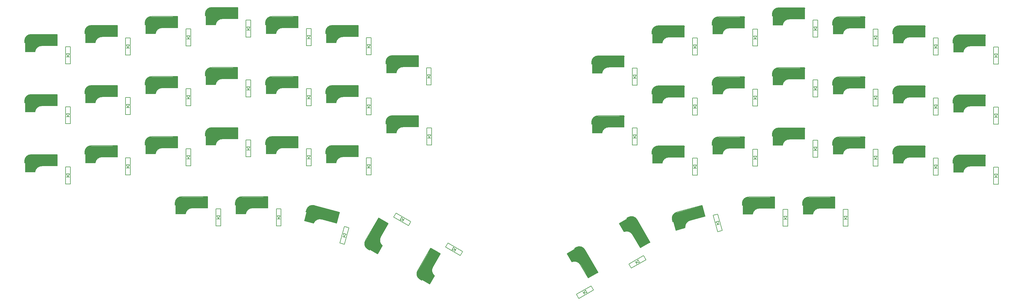
<source format=gbo>
%TF.GenerationSoftware,KiCad,Pcbnew,(5.1.10-1-10_14)*%
%TF.CreationDate,2021-08-01T06:39:00+09:00*%
%TF.ProjectId,v1,76312e6b-6963-4616-945f-706362585858,rev?*%
%TF.SameCoordinates,Original*%
%TF.FileFunction,Legend,Bot*%
%TF.FilePolarity,Positive*%
%FSLAX46Y46*%
G04 Gerber Fmt 4.6, Leading zero omitted, Abs format (unit mm)*
G04 Created by KiCad (PCBNEW (5.1.10-1-10_14)) date 2021-08-01 06:39:00*
%MOMM*%
%LPD*%
G01*
G04 APERTURE LIST*
%ADD10C,0.300000*%
%ADD11C,0.800000*%
%ADD12C,3.000000*%
%ADD13C,0.500000*%
%ADD14C,1.000000*%
%ADD15C,3.500000*%
%ADD16C,0.150000*%
%ADD17C,0.400000*%
G04 APERTURE END LIST*
D10*
%TO.C,SW11*%
X84125000Y-43675000D02*
X84125000Y-43025000D01*
D11*
X84625000Y-46125000D02*
X84625000Y-44325001D01*
D12*
X85755000Y-42625000D02*
X85755000Y-44865000D01*
D13*
X94125000Y-44475000D02*
X92825000Y-44425000D01*
D14*
X93825000Y-41725000D02*
X93825000Y-44225000D01*
D15*
X92525000Y-42925000D02*
X85825000Y-42925000D01*
D16*
X94325000Y-44725000D02*
X94325000Y-41125000D01*
X94305000Y-43725000D02*
X94305000Y-41475000D01*
X84025000Y-43775000D02*
X84225000Y-43775000D01*
X84275000Y-42175000D02*
X84275000Y-46625000D01*
X84025000Y-43025000D02*
X84025000Y-43775000D01*
X84275000Y-46625000D02*
X87305000Y-46625000D01*
X89525000Y-44725000D02*
X94325000Y-44725000D01*
X94325000Y-41125000D02*
X86124999Y-41125000D01*
D13*
X84475000Y-46425000D02*
X86925000Y-46425000D01*
D17*
X94175000Y-41325000D02*
X92925000Y-41325000D01*
D16*
X87308682Y-46603529D02*
G75*
G02*
X89525000Y-44725000I2151318J-291471D01*
G01*
X84025000Y-43025001D02*
G75*
G02*
X86124999Y-41125000I2000000J-99999D01*
G01*
D14*
X86908682Y-46203529D02*
G75*
G02*
X89125000Y-44325000I2151318J-291471D01*
G01*
D10*
%TO.C,SW15*%
X135992597Y-98947947D02*
X135429681Y-98622947D01*
D11*
X138364359Y-99739935D02*
X136805514Y-98839935D01*
D12*
X135898270Y-97011326D02*
X137838167Y-98131326D01*
D13*
X141685417Y-90687693D02*
X140992116Y-91788526D01*
D14*
X139153848Y-89572501D02*
X141318911Y-90822501D01*
D15*
X139543078Y-91298334D02*
X136193078Y-97100704D01*
D16*
X142001924Y-90639488D02*
X138884232Y-88839488D01*
X141125898Y-90156809D02*
X139177341Y-89031809D01*
X136029200Y-99084550D02*
X136129200Y-98911345D01*
X134768559Y-98068044D02*
X138622372Y-100293044D01*
X135379681Y-98709550D02*
X136029200Y-99084550D01*
X138622372Y-100293044D02*
X140137372Y-97668987D01*
X139601924Y-94796410D02*
X142001924Y-90639488D01*
X138884232Y-88839488D02*
X134784232Y-95940897D01*
D13*
X138549167Y-100019838D02*
X139774167Y-97898076D01*
D17*
X138982437Y-89069392D02*
X138357437Y-90151924D01*
D16*
X140120619Y-97655062D02*
G75*
G02*
X139601924Y-94796410I1328080J1717360D01*
G01*
X135379681Y-98709550D02*
G75*
G02*
X134784232Y-95940897I1086602J1682051D01*
G01*
D14*
X139574209Y-97801472D02*
G75*
G02*
X139055514Y-94942820I1328080J1717360D01*
G01*
D17*
%TO.C,SW22*%
X155482437Y-98619392D02*
X154857437Y-99701924D01*
D13*
X155049167Y-109569838D02*
X156274167Y-107448076D01*
D16*
X155384232Y-98389488D02*
X151284232Y-105490897D01*
X156101924Y-104346410D02*
X158501924Y-100189488D01*
X155122372Y-109843044D02*
X156637372Y-107218987D01*
X151879681Y-108259550D02*
X152529200Y-108634550D01*
X151268559Y-107618044D02*
X155122372Y-109843044D01*
X152529200Y-108634550D02*
X152629200Y-108461345D01*
X157625898Y-99706809D02*
X155677341Y-98581809D01*
X158501924Y-100189488D02*
X155384232Y-98389488D01*
D15*
X156043078Y-100848334D02*
X152693078Y-106650704D01*
D14*
X155653848Y-99122501D02*
X157818911Y-100372501D01*
D13*
X158185417Y-100237693D02*
X157492116Y-101338526D01*
D12*
X152398270Y-106561326D02*
X154338167Y-107681326D01*
D11*
X154864359Y-109289935D02*
X153305514Y-108389935D01*
D10*
X152492597Y-108497947D02*
X151929681Y-108172947D01*
D14*
X156074209Y-107351472D02*
G75*
G02*
X155555514Y-104492820I1328080J1717360D01*
G01*
D16*
X151879681Y-108259550D02*
G75*
G02*
X151284232Y-105490897I1086602J1682051D01*
G01*
X156620619Y-107205062D02*
G75*
G02*
X156101924Y-104346410I1328080J1717360D01*
G01*
%TO.C,D1*%
X155300000Y-44500000D02*
X154300000Y-44500000D01*
X154800000Y-44400000D02*
X155300000Y-43500000D01*
X154300000Y-43500000D02*
X154800000Y-44400000D01*
X155300000Y-43500000D02*
X154300000Y-43500000D01*
X155550000Y-41300000D02*
X154050000Y-41300000D01*
X155550000Y-46700000D02*
X154050000Y-46700000D01*
X155550000Y-41300000D02*
X155550000Y-46700000D01*
X154050000Y-46700000D02*
X154050000Y-41300000D01*
%TO.C,D2*%
X135050000Y-37100000D02*
X135050000Y-31700000D01*
X136550000Y-31700000D02*
X136550000Y-37100000D01*
X136550000Y-37100000D02*
X135050000Y-37100000D01*
X136550000Y-31700000D02*
X135050000Y-31700000D01*
X136300000Y-33900000D02*
X135300000Y-33900000D01*
X135300000Y-33900000D02*
X135800000Y-34800000D01*
X135800000Y-34800000D02*
X136300000Y-33900000D01*
X136300000Y-34900000D02*
X135300000Y-34900000D01*
%TO.C,D3*%
X117300000Y-32000000D02*
X116300000Y-32000000D01*
X116800000Y-31900000D02*
X117300000Y-31000000D01*
X116300000Y-31000000D02*
X116800000Y-31900000D01*
X117300000Y-31000000D02*
X116300000Y-31000000D01*
X117550000Y-28800000D02*
X116050000Y-28800000D01*
X117550000Y-34200000D02*
X116050000Y-34200000D01*
X117550000Y-28800000D02*
X117550000Y-34200000D01*
X116050000Y-34200000D02*
X116050000Y-28800000D01*
%TO.C,D4*%
X98200000Y-29300000D02*
X97200000Y-29300000D01*
X97700000Y-29200000D02*
X98200000Y-28300000D01*
X97200000Y-28300000D02*
X97700000Y-29200000D01*
X98200000Y-28300000D02*
X97200000Y-28300000D01*
X98450000Y-26100000D02*
X96950000Y-26100000D01*
X98450000Y-31500000D02*
X96950000Y-31500000D01*
X98450000Y-26100000D02*
X98450000Y-31500000D01*
X96950000Y-31500000D02*
X96950000Y-26100000D01*
%TO.C,D5*%
X77950000Y-34300000D02*
X77950000Y-28900000D01*
X79450000Y-28900000D02*
X79450000Y-34300000D01*
X79450000Y-34300000D02*
X77950000Y-34300000D01*
X79450000Y-28900000D02*
X77950000Y-28900000D01*
X79200000Y-31100000D02*
X78200000Y-31100000D01*
X78200000Y-31100000D02*
X78700000Y-32000000D01*
X78700000Y-32000000D02*
X79200000Y-31100000D01*
X79200000Y-32100000D02*
X78200000Y-32100000D01*
%TO.C,D6*%
X58850000Y-37200000D02*
X58850000Y-31800000D01*
X60350000Y-31800000D02*
X60350000Y-37200000D01*
X60350000Y-37200000D02*
X58850000Y-37200000D01*
X60350000Y-31800000D02*
X58850000Y-31800000D01*
X60100000Y-34000000D02*
X59100000Y-34000000D01*
X59100000Y-34000000D02*
X59600000Y-34900000D01*
X59600000Y-34900000D02*
X60100000Y-34000000D01*
X60100000Y-35000000D02*
X59100000Y-35000000D01*
%TO.C,D7*%
X41100000Y-37800000D02*
X40100000Y-37800000D01*
X40600000Y-37700000D02*
X41100000Y-36800000D01*
X40100000Y-36800000D02*
X40600000Y-37700000D01*
X41100000Y-36800000D02*
X40100000Y-36800000D01*
X41350000Y-34600000D02*
X39850000Y-34600000D01*
X41350000Y-40000000D02*
X39850000Y-40000000D01*
X41350000Y-34600000D02*
X41350000Y-40000000D01*
X39850000Y-40000000D02*
X39850000Y-34600000D01*
%TO.C,D8*%
X154150000Y-65700000D02*
X154150000Y-60300000D01*
X155650000Y-60300000D02*
X155650000Y-65700000D01*
X155650000Y-65700000D02*
X154150000Y-65700000D01*
X155650000Y-60300000D02*
X154150000Y-60300000D01*
X155400000Y-62500000D02*
X154400000Y-62500000D01*
X154400000Y-62500000D02*
X154900000Y-63400000D01*
X154900000Y-63400000D02*
X155400000Y-62500000D01*
X155400000Y-63500000D02*
X154400000Y-63500000D01*
%TO.C,D9*%
X135050000Y-56200000D02*
X135050000Y-50800000D01*
X136550000Y-50800000D02*
X136550000Y-56200000D01*
X136550000Y-56200000D02*
X135050000Y-56200000D01*
X136550000Y-50800000D02*
X135050000Y-50800000D01*
X136300000Y-53000000D02*
X135300000Y-53000000D01*
X135300000Y-53000000D02*
X135800000Y-53900000D01*
X135800000Y-53900000D02*
X136300000Y-53000000D01*
X136300000Y-54000000D02*
X135300000Y-54000000D01*
%TO.C,D10*%
X116050000Y-53300000D02*
X116050000Y-47900000D01*
X117550000Y-47900000D02*
X117550000Y-53300000D01*
X117550000Y-53300000D02*
X116050000Y-53300000D01*
X117550000Y-47900000D02*
X116050000Y-47900000D01*
X117300000Y-50100000D02*
X116300000Y-50100000D01*
X116300000Y-50100000D02*
X116800000Y-51000000D01*
X116800000Y-51000000D02*
X117300000Y-50100000D01*
X117300000Y-51100000D02*
X116300000Y-51100000D01*
%TO.C,D11*%
X96950000Y-50500000D02*
X96950000Y-45100000D01*
X98450000Y-45100000D02*
X98450000Y-50500000D01*
X98450000Y-50500000D02*
X96950000Y-50500000D01*
X98450000Y-45100000D02*
X96950000Y-45100000D01*
X98200000Y-47300000D02*
X97200000Y-47300000D01*
X97200000Y-47300000D02*
X97700000Y-48200000D01*
X97700000Y-48200000D02*
X98200000Y-47300000D01*
X98200000Y-48300000D02*
X97200000Y-48300000D01*
%TO.C,D12*%
X79200000Y-51100000D02*
X78200000Y-51100000D01*
X78700000Y-51000000D02*
X79200000Y-50100000D01*
X78200000Y-50100000D02*
X78700000Y-51000000D01*
X79200000Y-50100000D02*
X78200000Y-50100000D01*
X79450000Y-47900000D02*
X77950000Y-47900000D01*
X79450000Y-53300000D02*
X77950000Y-53300000D01*
X79450000Y-47900000D02*
X79450000Y-53300000D01*
X77950000Y-53300000D02*
X77950000Y-47900000D01*
%TO.C,D13*%
X60100000Y-53900000D02*
X59100000Y-53900000D01*
X59600000Y-53800000D02*
X60100000Y-52900000D01*
X59100000Y-52900000D02*
X59600000Y-53800000D01*
X60100000Y-52900000D02*
X59100000Y-52900000D01*
X60350000Y-50700000D02*
X58850000Y-50700000D01*
X60350000Y-56100000D02*
X58850000Y-56100000D01*
X60350000Y-50700000D02*
X60350000Y-56100000D01*
X58850000Y-56100000D02*
X58850000Y-50700000D01*
%TO.C,D14*%
X39850000Y-59000000D02*
X39850000Y-53600000D01*
X41350000Y-53600000D02*
X41350000Y-59000000D01*
X41350000Y-59000000D02*
X39850000Y-59000000D01*
X41350000Y-53600000D02*
X39850000Y-53600000D01*
X41100000Y-55800000D02*
X40100000Y-55800000D01*
X40100000Y-55800000D02*
X40600000Y-56700000D01*
X40600000Y-56700000D02*
X41100000Y-55800000D01*
X41100000Y-56800000D02*
X40100000Y-56800000D01*
%TO.C,D15*%
X147083013Y-89116987D02*
X146583013Y-89983013D01*
X146746410Y-89500000D02*
X146216987Y-88616987D01*
X145716987Y-89483013D02*
X146746410Y-89500000D01*
X146216987Y-88616987D02*
X145716987Y-89483013D01*
X144436731Y-87300481D02*
X143686731Y-88599519D01*
X149113269Y-90000481D02*
X148363269Y-91299519D01*
X144436731Y-87300481D02*
X149113269Y-90000481D01*
X148363269Y-91299519D02*
X143686731Y-88599519D01*
%TO.C,D16*%
X136300000Y-73000000D02*
X135300000Y-73000000D01*
X135800000Y-72900000D02*
X136300000Y-72000000D01*
X135300000Y-72000000D02*
X135800000Y-72900000D01*
X136300000Y-72000000D02*
X135300000Y-72000000D01*
X136550000Y-69800000D02*
X135050000Y-69800000D01*
X136550000Y-75200000D02*
X135050000Y-75200000D01*
X136550000Y-69800000D02*
X136550000Y-75200000D01*
X135050000Y-75200000D02*
X135050000Y-69800000D01*
%TO.C,D17*%
X117300000Y-70100000D02*
X116300000Y-70100000D01*
X116800000Y-70000000D02*
X117300000Y-69100000D01*
X116300000Y-69100000D02*
X116800000Y-70000000D01*
X117300000Y-69100000D02*
X116300000Y-69100000D01*
X117550000Y-66900000D02*
X116050000Y-66900000D01*
X117550000Y-72300000D02*
X116050000Y-72300000D01*
X117550000Y-66900000D02*
X117550000Y-72300000D01*
X116050000Y-72300000D02*
X116050000Y-66900000D01*
%TO.C,D18*%
X98200000Y-67300000D02*
X97200000Y-67300000D01*
X97700000Y-67200000D02*
X98200000Y-66300000D01*
X97200000Y-66300000D02*
X97700000Y-67200000D01*
X98200000Y-66300000D02*
X97200000Y-66300000D01*
X98450000Y-64100000D02*
X96950000Y-64100000D01*
X98450000Y-69500000D02*
X96950000Y-69500000D01*
X98450000Y-64100000D02*
X98450000Y-69500000D01*
X96950000Y-69500000D02*
X96950000Y-64100000D01*
%TO.C,D19*%
X77950000Y-72300000D02*
X77950000Y-66900000D01*
X79450000Y-66900000D02*
X79450000Y-72300000D01*
X79450000Y-72300000D02*
X77950000Y-72300000D01*
X79450000Y-66900000D02*
X77950000Y-66900000D01*
X79200000Y-69100000D02*
X78200000Y-69100000D01*
X78200000Y-69100000D02*
X78700000Y-70000000D01*
X78700000Y-70000000D02*
X79200000Y-69100000D01*
X79200000Y-70100000D02*
X78200000Y-70100000D01*
%TO.C,D20*%
X58850000Y-75200000D02*
X58850000Y-69800000D01*
X60350000Y-69800000D02*
X60350000Y-75200000D01*
X60350000Y-75200000D02*
X58850000Y-75200000D01*
X60350000Y-69800000D02*
X58850000Y-69800000D01*
X60100000Y-72000000D02*
X59100000Y-72000000D01*
X59100000Y-72000000D02*
X59600000Y-72900000D01*
X59600000Y-72900000D02*
X60100000Y-72000000D01*
X60100000Y-73000000D02*
X59100000Y-73000000D01*
%TO.C,D21*%
X41100000Y-75900000D02*
X40100000Y-75900000D01*
X40600000Y-75800000D02*
X41100000Y-74900000D01*
X40100000Y-74900000D02*
X40600000Y-75800000D01*
X41100000Y-74900000D02*
X40100000Y-74900000D01*
X41350000Y-72700000D02*
X39850000Y-72700000D01*
X41350000Y-78100000D02*
X39850000Y-78100000D01*
X41350000Y-72700000D02*
X41350000Y-78100000D01*
X39850000Y-78100000D02*
X39850000Y-72700000D01*
%TO.C,D22*%
X164763269Y-100799519D02*
X160086731Y-98099519D01*
X160836731Y-96800481D02*
X165513269Y-99500481D01*
X165513269Y-99500481D02*
X164763269Y-100799519D01*
X160836731Y-96800481D02*
X160086731Y-98099519D01*
X162616987Y-98116987D02*
X162116987Y-98983013D01*
X162116987Y-98983013D02*
X163146410Y-99000000D01*
X163146410Y-99000000D02*
X162616987Y-98116987D01*
X163483013Y-98616987D02*
X162983013Y-99483013D01*
%TO.C,D23*%
X126676744Y-96813885D02*
X128074367Y-91597886D01*
X129523256Y-91986115D02*
X128125633Y-97202114D01*
X128125633Y-97202114D02*
X126676744Y-96813885D01*
X129523256Y-91986115D02*
X128074367Y-91597886D01*
X128712372Y-94046447D02*
X127746447Y-93787628D01*
X127746447Y-93787628D02*
X127996472Y-94786370D01*
X127996472Y-94786370D02*
X128712372Y-94046447D01*
X128453553Y-95012372D02*
X127487628Y-94753553D01*
%TO.C,D24*%
X106550000Y-91400000D02*
X106550000Y-86000000D01*
X108050000Y-86000000D02*
X108050000Y-91400000D01*
X108050000Y-91400000D02*
X106550000Y-91400000D01*
X108050000Y-86000000D02*
X106550000Y-86000000D01*
X107800000Y-88200000D02*
X106800000Y-88200000D01*
X106800000Y-88200000D02*
X107300000Y-89100000D01*
X107300000Y-89100000D02*
X107800000Y-88200000D01*
X107800000Y-89200000D02*
X106800000Y-89200000D01*
%TO.C,D25*%
X87450000Y-91400000D02*
X87450000Y-86000000D01*
X88950000Y-86000000D02*
X88950000Y-91400000D01*
X88950000Y-91400000D02*
X87450000Y-91400000D01*
X88950000Y-86000000D02*
X87450000Y-86000000D01*
X88700000Y-88200000D02*
X87700000Y-88200000D01*
X87700000Y-88200000D02*
X88200000Y-89100000D01*
X88200000Y-89100000D02*
X88700000Y-88200000D01*
X88700000Y-89200000D02*
X87700000Y-89200000D01*
%TO.C,D26*%
X219200000Y-46750000D02*
X219200000Y-41350000D01*
X220700000Y-41350000D02*
X220700000Y-46750000D01*
X220700000Y-46750000D02*
X219200000Y-46750000D01*
X220700000Y-41350000D02*
X219200000Y-41350000D01*
X220450000Y-43550000D02*
X219450000Y-43550000D01*
X219450000Y-43550000D02*
X219950000Y-44450000D01*
X219950000Y-44450000D02*
X220450000Y-43550000D01*
X220450000Y-44550000D02*
X219450000Y-44550000D01*
%TO.C,D27*%
X239500000Y-35000000D02*
X238500000Y-35000000D01*
X239000000Y-34900000D02*
X239500000Y-34000000D01*
X238500000Y-34000000D02*
X239000000Y-34900000D01*
X239500000Y-34000000D02*
X238500000Y-34000000D01*
X239750000Y-31800000D02*
X238250000Y-31800000D01*
X239750000Y-37200000D02*
X238250000Y-37200000D01*
X239750000Y-31800000D02*
X239750000Y-37200000D01*
X238250000Y-37200000D02*
X238250000Y-31800000D01*
%TO.C,D28*%
X258550000Y-32150000D02*
X257550000Y-32150000D01*
X258050000Y-32050000D02*
X258550000Y-31150000D01*
X257550000Y-31150000D02*
X258050000Y-32050000D01*
X258550000Y-31150000D02*
X257550000Y-31150000D01*
X258800000Y-28950000D02*
X257300000Y-28950000D01*
X258800000Y-34350000D02*
X257300000Y-34350000D01*
X258800000Y-28950000D02*
X258800000Y-34350000D01*
X257300000Y-34350000D02*
X257300000Y-28950000D01*
%TO.C,D29*%
X277600000Y-29300000D02*
X276600000Y-29300000D01*
X277100000Y-29200000D02*
X277600000Y-28300000D01*
X276600000Y-28300000D02*
X277100000Y-29200000D01*
X277600000Y-28300000D02*
X276600000Y-28300000D01*
X277850000Y-26100000D02*
X276350000Y-26100000D01*
X277850000Y-31500000D02*
X276350000Y-31500000D01*
X277850000Y-26100000D02*
X277850000Y-31500000D01*
X276350000Y-31500000D02*
X276350000Y-26100000D01*
%TO.C,D30*%
X296650000Y-32150000D02*
X295650000Y-32150000D01*
X296150000Y-32050000D02*
X296650000Y-31150000D01*
X295650000Y-31150000D02*
X296150000Y-32050000D01*
X296650000Y-31150000D02*
X295650000Y-31150000D01*
X296900000Y-28950000D02*
X295400000Y-28950000D01*
X296900000Y-34350000D02*
X295400000Y-34350000D01*
X296900000Y-28950000D02*
X296900000Y-34350000D01*
X295400000Y-34350000D02*
X295400000Y-28950000D01*
%TO.C,D31*%
X314450000Y-37200000D02*
X314450000Y-31800000D01*
X315950000Y-31800000D02*
X315950000Y-37200000D01*
X315950000Y-37200000D02*
X314450000Y-37200000D01*
X315950000Y-31800000D02*
X314450000Y-31800000D01*
X315700000Y-34000000D02*
X314700000Y-34000000D01*
X314700000Y-34000000D02*
X315200000Y-34900000D01*
X315200000Y-34900000D02*
X315700000Y-34000000D01*
X315700000Y-35000000D02*
X314700000Y-35000000D01*
%TO.C,D32*%
X334750000Y-37850000D02*
X333750000Y-37850000D01*
X334250000Y-37750000D02*
X334750000Y-36850000D01*
X333750000Y-36850000D02*
X334250000Y-37750000D01*
X334750000Y-36850000D02*
X333750000Y-36850000D01*
X335000000Y-34650000D02*
X333500000Y-34650000D01*
X335000000Y-40050000D02*
X333500000Y-40050000D01*
X335000000Y-34650000D02*
X335000000Y-40050000D01*
X333500000Y-40050000D02*
X333500000Y-34650000D01*
%TO.C,D33*%
X219200000Y-65750000D02*
X219200000Y-60350000D01*
X220700000Y-60350000D02*
X220700000Y-65750000D01*
X220700000Y-65750000D02*
X219200000Y-65750000D01*
X220700000Y-60350000D02*
X219200000Y-60350000D01*
X220450000Y-62550000D02*
X219450000Y-62550000D01*
X219450000Y-62550000D02*
X219950000Y-63450000D01*
X219950000Y-63450000D02*
X220450000Y-62550000D01*
X220450000Y-63550000D02*
X219450000Y-63550000D01*
%TO.C,D34*%
X238250000Y-56250000D02*
X238250000Y-50850000D01*
X239750000Y-50850000D02*
X239750000Y-56250000D01*
X239750000Y-56250000D02*
X238250000Y-56250000D01*
X239750000Y-50850000D02*
X238250000Y-50850000D01*
X239500000Y-53050000D02*
X238500000Y-53050000D01*
X238500000Y-53050000D02*
X239000000Y-53950000D01*
X239000000Y-53950000D02*
X239500000Y-53050000D01*
X239500000Y-54050000D02*
X238500000Y-54050000D01*
%TO.C,D35*%
X257300000Y-53400000D02*
X257300000Y-48000000D01*
X258800000Y-48000000D02*
X258800000Y-53400000D01*
X258800000Y-53400000D02*
X257300000Y-53400000D01*
X258800000Y-48000000D02*
X257300000Y-48000000D01*
X258550000Y-50200000D02*
X257550000Y-50200000D01*
X257550000Y-50200000D02*
X258050000Y-51100000D01*
X258050000Y-51100000D02*
X258550000Y-50200000D01*
X258550000Y-51200000D02*
X257550000Y-51200000D01*
%TO.C,D36*%
X277600000Y-48300000D02*
X276600000Y-48300000D01*
X277100000Y-48200000D02*
X277600000Y-47300000D01*
X276600000Y-47300000D02*
X277100000Y-48200000D01*
X277600000Y-47300000D02*
X276600000Y-47300000D01*
X277850000Y-45100000D02*
X276350000Y-45100000D01*
X277850000Y-50500000D02*
X276350000Y-50500000D01*
X277850000Y-45100000D02*
X277850000Y-50500000D01*
X276350000Y-50500000D02*
X276350000Y-45100000D01*
%TO.C,D37*%
X296650000Y-51200000D02*
X295650000Y-51200000D01*
X296150000Y-51100000D02*
X296650000Y-50200000D01*
X295650000Y-50200000D02*
X296150000Y-51100000D01*
X296650000Y-50200000D02*
X295650000Y-50200000D01*
X296900000Y-48000000D02*
X295400000Y-48000000D01*
X296900000Y-53400000D02*
X295400000Y-53400000D01*
X296900000Y-48000000D02*
X296900000Y-53400000D01*
X295400000Y-53400000D02*
X295400000Y-48000000D01*
%TO.C,D38*%
X314450000Y-56250000D02*
X314450000Y-50850000D01*
X315950000Y-50850000D02*
X315950000Y-56250000D01*
X315950000Y-56250000D02*
X314450000Y-56250000D01*
X315950000Y-50850000D02*
X314450000Y-50850000D01*
X315700000Y-53050000D02*
X314700000Y-53050000D01*
X314700000Y-53050000D02*
X315200000Y-53950000D01*
X315200000Y-53950000D02*
X315700000Y-53050000D01*
X315700000Y-54050000D02*
X314700000Y-54050000D01*
%TO.C,D39*%
X333500000Y-59100000D02*
X333500000Y-53700000D01*
X335000000Y-53700000D02*
X335000000Y-59100000D01*
X335000000Y-59100000D02*
X333500000Y-59100000D01*
X335000000Y-53700000D02*
X333500000Y-53700000D01*
X334750000Y-55900000D02*
X333750000Y-55900000D01*
X333750000Y-55900000D02*
X334250000Y-56800000D01*
X334250000Y-56800000D02*
X334750000Y-55900000D01*
X334750000Y-56900000D02*
X333750000Y-56900000D01*
%TO.C,D40*%
X220616987Y-103483013D02*
X220116987Y-102616987D01*
X220453590Y-103000000D02*
X221483013Y-102983013D01*
X220983013Y-102116987D02*
X220453590Y-103000000D01*
X221483013Y-102983013D02*
X220983013Y-102116987D01*
X223513269Y-102099519D02*
X222763269Y-100800481D01*
X218836731Y-104799519D02*
X218086731Y-103500481D01*
X223513269Y-102099519D02*
X218836731Y-104799519D01*
X218086731Y-103500481D02*
X222763269Y-100800481D01*
%TO.C,D41*%
X239500000Y-73100000D02*
X238500000Y-73100000D01*
X239000000Y-73000000D02*
X239500000Y-72100000D01*
X238500000Y-72100000D02*
X239000000Y-73000000D01*
X239500000Y-72100000D02*
X238500000Y-72100000D01*
X239750000Y-69900000D02*
X238250000Y-69900000D01*
X239750000Y-75300000D02*
X238250000Y-75300000D01*
X239750000Y-69900000D02*
X239750000Y-75300000D01*
X238250000Y-75300000D02*
X238250000Y-69900000D01*
%TO.C,D42*%
X258550000Y-70250000D02*
X257550000Y-70250000D01*
X258050000Y-70150000D02*
X258550000Y-69250000D01*
X257550000Y-69250000D02*
X258050000Y-70150000D01*
X258550000Y-69250000D02*
X257550000Y-69250000D01*
X258800000Y-67050000D02*
X257300000Y-67050000D01*
X258800000Y-72450000D02*
X257300000Y-72450000D01*
X258800000Y-67050000D02*
X258800000Y-72450000D01*
X257300000Y-72450000D02*
X257300000Y-67050000D01*
%TO.C,D43*%
X276350000Y-69600000D02*
X276350000Y-64200000D01*
X277850000Y-64200000D02*
X277850000Y-69600000D01*
X277850000Y-69600000D02*
X276350000Y-69600000D01*
X277850000Y-64200000D02*
X276350000Y-64200000D01*
X277600000Y-66400000D02*
X276600000Y-66400000D01*
X276600000Y-66400000D02*
X277100000Y-67300000D01*
X277100000Y-67300000D02*
X277600000Y-66400000D01*
X277600000Y-67400000D02*
X276600000Y-67400000D01*
%TO.C,D44*%
X296650000Y-70250000D02*
X295650000Y-70250000D01*
X296150000Y-70150000D02*
X296650000Y-69250000D01*
X295650000Y-69250000D02*
X296150000Y-70150000D01*
X296650000Y-69250000D02*
X295650000Y-69250000D01*
X296900000Y-67050000D02*
X295400000Y-67050000D01*
X296900000Y-72450000D02*
X295400000Y-72450000D01*
X296900000Y-67050000D02*
X296900000Y-72450000D01*
X295400000Y-72450000D02*
X295400000Y-67050000D01*
%TO.C,D45*%
X315700000Y-73100000D02*
X314700000Y-73100000D01*
X315200000Y-73000000D02*
X315700000Y-72100000D01*
X314700000Y-72100000D02*
X315200000Y-73000000D01*
X315700000Y-72100000D02*
X314700000Y-72100000D01*
X315950000Y-69900000D02*
X314450000Y-69900000D01*
X315950000Y-75300000D02*
X314450000Y-75300000D01*
X315950000Y-69900000D02*
X315950000Y-75300000D01*
X314450000Y-75300000D02*
X314450000Y-69900000D01*
%TO.C,D46*%
X334750000Y-75950000D02*
X333750000Y-75950000D01*
X334250000Y-75850000D02*
X334750000Y-74950000D01*
X333750000Y-74950000D02*
X334250000Y-75850000D01*
X334750000Y-74950000D02*
X333750000Y-74950000D01*
X335000000Y-72750000D02*
X333500000Y-72750000D01*
X335000000Y-78150000D02*
X333500000Y-78150000D01*
X335000000Y-72750000D02*
X335000000Y-78150000D01*
X333500000Y-78150000D02*
X333500000Y-72750000D01*
%TO.C,D47*%
X201486731Y-113100481D02*
X206163269Y-110400481D01*
X206913269Y-111699519D02*
X202236731Y-114399519D01*
X202236731Y-114399519D02*
X201486731Y-113100481D01*
X206913269Y-111699519D02*
X206163269Y-110400481D01*
X204883013Y-112583013D02*
X204383013Y-111716987D01*
X204383013Y-111716987D02*
X203853590Y-112600000D01*
X203853590Y-112600000D02*
X204883013Y-112583013D01*
X204016987Y-113083013D02*
X203516987Y-112216987D01*
%TO.C,D48*%
X246174367Y-93252114D02*
X244776744Y-88036115D01*
X246225633Y-87647886D02*
X247623256Y-92863885D01*
X247623256Y-92863885D02*
X246174367Y-93252114D01*
X246225633Y-87647886D02*
X244776744Y-88036115D01*
X246553553Y-89837628D02*
X245587628Y-90096447D01*
X245587628Y-90096447D02*
X246303528Y-90836370D01*
X246303528Y-90836370D02*
X246553553Y-89837628D01*
X246812372Y-90803553D02*
X245846447Y-91062372D01*
%TO.C,D49*%
X266850000Y-91500000D02*
X266850000Y-86100000D01*
X268350000Y-86100000D02*
X268350000Y-91500000D01*
X268350000Y-91500000D02*
X266850000Y-91500000D01*
X268350000Y-86100000D02*
X266850000Y-86100000D01*
X268100000Y-88300000D02*
X267100000Y-88300000D01*
X267100000Y-88300000D02*
X267600000Y-89200000D01*
X267600000Y-89200000D02*
X268100000Y-88300000D01*
X268100000Y-89300000D02*
X267100000Y-89300000D01*
%TO.C,D50*%
X287150000Y-89300000D02*
X286150000Y-89300000D01*
X286650000Y-89200000D02*
X287150000Y-88300000D01*
X286150000Y-88300000D02*
X286650000Y-89200000D01*
X287150000Y-88300000D02*
X286150000Y-88300000D01*
X287400000Y-86100000D02*
X285900000Y-86100000D01*
X287400000Y-91500000D02*
X285900000Y-91500000D01*
X287400000Y-86100000D02*
X287400000Y-91500000D01*
X285900000Y-91500000D02*
X285900000Y-86100000D01*
D10*
%TO.C,SW1*%
X141300000Y-39900000D02*
X141300000Y-39250000D01*
D11*
X141800000Y-42350000D02*
X141800000Y-40550001D01*
D12*
X142930000Y-38850000D02*
X142930000Y-41090000D01*
D13*
X151300000Y-40700000D02*
X150000000Y-40650000D01*
D14*
X151000000Y-37950000D02*
X151000000Y-40450000D01*
D15*
X149700000Y-39150000D02*
X143000000Y-39150000D01*
D16*
X151500000Y-40950000D02*
X151500000Y-37350000D01*
X151480000Y-39950000D02*
X151480000Y-37700000D01*
X141200000Y-40000000D02*
X141400000Y-40000000D01*
X141450000Y-38400000D02*
X141450000Y-42850000D01*
X141200000Y-39250000D02*
X141200000Y-40000000D01*
X141450000Y-42850000D02*
X144480000Y-42850000D01*
X146700000Y-40950000D02*
X151500000Y-40950000D01*
X151500000Y-37350000D02*
X143299999Y-37350000D01*
D13*
X141650000Y-42650000D02*
X144100000Y-42650000D01*
D17*
X151350000Y-37550000D02*
X150100000Y-37550000D01*
D16*
X144483682Y-42828529D02*
G75*
G02*
X146700000Y-40950000I2151318J-291471D01*
G01*
X141200000Y-39250001D02*
G75*
G02*
X143299999Y-37350000I2000000J-99999D01*
G01*
D14*
X144083682Y-42428529D02*
G75*
G02*
X146300000Y-40550000I2151318J-291471D01*
G01*
D10*
%TO.C,SW2*%
X122250000Y-30350000D02*
X122250000Y-29700000D01*
D11*
X122750000Y-32800000D02*
X122750000Y-31000001D01*
D12*
X123880000Y-29300000D02*
X123880000Y-31540000D01*
D13*
X132250000Y-31150000D02*
X130950000Y-31100000D01*
D14*
X131950000Y-28400000D02*
X131950000Y-30900000D01*
D15*
X130650000Y-29600000D02*
X123950000Y-29600000D01*
D16*
X132450000Y-31400000D02*
X132450000Y-27800000D01*
X132430000Y-30400000D02*
X132430000Y-28150000D01*
X122150000Y-30450000D02*
X122350000Y-30450000D01*
X122400000Y-28850000D02*
X122400000Y-33300000D01*
X122150000Y-29700000D02*
X122150000Y-30450000D01*
X122400000Y-33300000D02*
X125430000Y-33300000D01*
X127650000Y-31400000D02*
X132450000Y-31400000D01*
X132450000Y-27800000D02*
X124249999Y-27800000D01*
D13*
X122600000Y-33100000D02*
X125050000Y-33100000D01*
D17*
X132300000Y-28000000D02*
X131050000Y-28000000D01*
D16*
X125433682Y-33278529D02*
G75*
G02*
X127650000Y-31400000I2151318J-291471D01*
G01*
X122150000Y-29700001D02*
G75*
G02*
X124249999Y-27800000I2000000J-99999D01*
G01*
D14*
X125033682Y-32878529D02*
G75*
G02*
X127250000Y-31000000I2151318J-291471D01*
G01*
D17*
%TO.C,SW3*%
X113250000Y-25150000D02*
X112000000Y-25150000D01*
D13*
X103550000Y-30250000D02*
X106000000Y-30250000D01*
D16*
X113400000Y-24950000D02*
X105199999Y-24950000D01*
X108600000Y-28550000D02*
X113400000Y-28550000D01*
X103350000Y-30450000D02*
X106380000Y-30450000D01*
X103100000Y-26850000D02*
X103100000Y-27600000D01*
X103350000Y-26000000D02*
X103350000Y-30450000D01*
X103100000Y-27600000D02*
X103300000Y-27600000D01*
X113380000Y-27550000D02*
X113380000Y-25300000D01*
X113400000Y-28550000D02*
X113400000Y-24950000D01*
D15*
X111600000Y-26750000D02*
X104900000Y-26750000D01*
D14*
X112900000Y-25550000D02*
X112900000Y-28050000D01*
D13*
X113200000Y-28300000D02*
X111900000Y-28250000D01*
D12*
X104830000Y-26450000D02*
X104830000Y-28690000D01*
D11*
X103700000Y-29950000D02*
X103700000Y-28150001D01*
D10*
X103200000Y-27500000D02*
X103200000Y-26850000D01*
D14*
X105983682Y-30028529D02*
G75*
G02*
X108200000Y-28150000I2151318J-291471D01*
G01*
D16*
X103100000Y-26850001D02*
G75*
G02*
X105199999Y-24950000I2000000J-99999D01*
G01*
X106383682Y-30428529D02*
G75*
G02*
X108600000Y-28550000I2151318J-291471D01*
G01*
D17*
%TO.C,SW4*%
X94200000Y-22300000D02*
X92950000Y-22300000D01*
D13*
X84500000Y-27400000D02*
X86950000Y-27400000D01*
D16*
X94350000Y-22100000D02*
X86149999Y-22100000D01*
X89550000Y-25700000D02*
X94350000Y-25700000D01*
X84300000Y-27600000D02*
X87330000Y-27600000D01*
X84050000Y-24000000D02*
X84050000Y-24750000D01*
X84300000Y-23150000D02*
X84300000Y-27600000D01*
X84050000Y-24750000D02*
X84250000Y-24750000D01*
X94330000Y-24700000D02*
X94330000Y-22450000D01*
X94350000Y-25700000D02*
X94350000Y-22100000D01*
D15*
X92550000Y-23900000D02*
X85850000Y-23900000D01*
D14*
X93850000Y-22700000D02*
X93850000Y-25200000D01*
D13*
X94150000Y-25450000D02*
X92850000Y-25400000D01*
D12*
X85780000Y-23600000D02*
X85780000Y-25840000D01*
D11*
X84650000Y-27100000D02*
X84650000Y-25300001D01*
D10*
X84150000Y-24650000D02*
X84150000Y-24000000D01*
D14*
X86933682Y-27178529D02*
G75*
G02*
X89150000Y-25300000I2151318J-291471D01*
G01*
D16*
X84050000Y-24000001D02*
G75*
G02*
X86149999Y-22100000I2000000J-99999D01*
G01*
X87333682Y-27578529D02*
G75*
G02*
X89550000Y-25700000I2151318J-291471D01*
G01*
D10*
%TO.C,SW5*%
X65100000Y-27500000D02*
X65100000Y-26850000D01*
D11*
X65600000Y-29950000D02*
X65600000Y-28150001D01*
D12*
X66730000Y-26450000D02*
X66730000Y-28690000D01*
D13*
X75100000Y-28300000D02*
X73800000Y-28250000D01*
D14*
X74800000Y-25550000D02*
X74800000Y-28050000D01*
D15*
X73500000Y-26750000D02*
X66800000Y-26750000D01*
D16*
X75300000Y-28550000D02*
X75300000Y-24950000D01*
X75280000Y-27550000D02*
X75280000Y-25300000D01*
X65000000Y-27600000D02*
X65200000Y-27600000D01*
X65250000Y-26000000D02*
X65250000Y-30450000D01*
X65000000Y-26850000D02*
X65000000Y-27600000D01*
X65250000Y-30450000D02*
X68280000Y-30450000D01*
X70500000Y-28550000D02*
X75300000Y-28550000D01*
X75300000Y-24950000D02*
X67099999Y-24950000D01*
D13*
X65450000Y-30250000D02*
X67900000Y-30250000D01*
D17*
X75150000Y-25150000D02*
X73900000Y-25150000D01*
D16*
X68283682Y-30428529D02*
G75*
G02*
X70500000Y-28550000I2151318J-291471D01*
G01*
X65000000Y-26850001D02*
G75*
G02*
X67099999Y-24950000I2000000J-99999D01*
G01*
D14*
X67883682Y-30028529D02*
G75*
G02*
X70100000Y-28150000I2151318J-291471D01*
G01*
D10*
%TO.C,SW6*%
X46050000Y-30350000D02*
X46050000Y-29700000D01*
D11*
X46550000Y-32800000D02*
X46550000Y-31000001D01*
D12*
X47680000Y-29300000D02*
X47680000Y-31540000D01*
D13*
X56050000Y-31150000D02*
X54750000Y-31100000D01*
D14*
X55750000Y-28400000D02*
X55750000Y-30900000D01*
D15*
X54450000Y-29600000D02*
X47750000Y-29600000D01*
D16*
X56250000Y-31400000D02*
X56250000Y-27800000D01*
X56230000Y-30400000D02*
X56230000Y-28150000D01*
X45950000Y-30450000D02*
X46150000Y-30450000D01*
X46200000Y-28850000D02*
X46200000Y-33300000D01*
X45950000Y-29700000D02*
X45950000Y-30450000D01*
X46200000Y-33300000D02*
X49230000Y-33300000D01*
X51450000Y-31400000D02*
X56250000Y-31400000D01*
X56250000Y-27800000D02*
X48049999Y-27800000D01*
D13*
X46400000Y-33100000D02*
X48850000Y-33100000D01*
D17*
X56100000Y-28000000D02*
X54850000Y-28000000D01*
D16*
X49233682Y-33278529D02*
G75*
G02*
X51450000Y-31400000I2151318J-291471D01*
G01*
X45950000Y-29700001D02*
G75*
G02*
X48049999Y-27800000I2000000J-99999D01*
G01*
D14*
X48833682Y-32878529D02*
G75*
G02*
X51050000Y-31000000I2151318J-291471D01*
G01*
D10*
%TO.C,SW7*%
X27000000Y-33200000D02*
X27000000Y-32550000D01*
D11*
X27500000Y-35650000D02*
X27500000Y-33850001D01*
D12*
X28630000Y-32150000D02*
X28630000Y-34390000D01*
D13*
X37000000Y-34000000D02*
X35700000Y-33950000D01*
D14*
X36700000Y-31250000D02*
X36700000Y-33750000D01*
D15*
X35400000Y-32450000D02*
X28700000Y-32450000D01*
D16*
X37200000Y-34250000D02*
X37200000Y-30650000D01*
X37180000Y-33250000D02*
X37180000Y-31000000D01*
X26900000Y-33300000D02*
X27100000Y-33300000D01*
X27150000Y-31700000D02*
X27150000Y-36150000D01*
X26900000Y-32550000D02*
X26900000Y-33300000D01*
X27150000Y-36150000D02*
X30180000Y-36150000D01*
X32400000Y-34250000D02*
X37200000Y-34250000D01*
X37200000Y-30650000D02*
X28999999Y-30650000D01*
D13*
X27350000Y-35950000D02*
X29800000Y-35950000D01*
D17*
X37050000Y-30850000D02*
X35800000Y-30850000D01*
D16*
X30183682Y-36128529D02*
G75*
G02*
X32400000Y-34250000I2151318J-291471D01*
G01*
X26900000Y-32550001D02*
G75*
G02*
X28999999Y-30650000I2000000J-99999D01*
G01*
D14*
X29783682Y-35728529D02*
G75*
G02*
X32000000Y-33850000I2151318J-291471D01*
G01*
D17*
%TO.C,SW8*%
X151350000Y-56600000D02*
X150100000Y-56600000D01*
D13*
X141650000Y-61700000D02*
X144100000Y-61700000D01*
D16*
X151500000Y-56400000D02*
X143299999Y-56400000D01*
X146700000Y-60000000D02*
X151500000Y-60000000D01*
X141450000Y-61900000D02*
X144480000Y-61900000D01*
X141200000Y-58300000D02*
X141200000Y-59050000D01*
X141450000Y-57450000D02*
X141450000Y-61900000D01*
X141200000Y-59050000D02*
X141400000Y-59050000D01*
X151480000Y-59000000D02*
X151480000Y-56750000D01*
X151500000Y-60000000D02*
X151500000Y-56400000D01*
D15*
X149700000Y-58200000D02*
X143000000Y-58200000D01*
D14*
X151000000Y-57000000D02*
X151000000Y-59500000D01*
D13*
X151300000Y-59750000D02*
X150000000Y-59700000D01*
D12*
X142930000Y-57900000D02*
X142930000Y-60140000D01*
D11*
X141800000Y-61400000D02*
X141800000Y-59600001D01*
D10*
X141300000Y-58950000D02*
X141300000Y-58300000D01*
D14*
X144083682Y-61478529D02*
G75*
G02*
X146300000Y-59600000I2151318J-291471D01*
G01*
D16*
X141200000Y-58300001D02*
G75*
G02*
X143299999Y-56400000I2000000J-99999D01*
G01*
X144483682Y-61878529D02*
G75*
G02*
X146700000Y-60000000I2151318J-291471D01*
G01*
D10*
%TO.C,SW9*%
X122250000Y-49400000D02*
X122250000Y-48750000D01*
D11*
X122750000Y-51850000D02*
X122750000Y-50050001D01*
D12*
X123880000Y-48350000D02*
X123880000Y-50590000D01*
D13*
X132250000Y-50200000D02*
X130950000Y-50150000D01*
D14*
X131950000Y-47450000D02*
X131950000Y-49950000D01*
D15*
X130650000Y-48650000D02*
X123950000Y-48650000D01*
D16*
X132450000Y-50450000D02*
X132450000Y-46850000D01*
X132430000Y-49450000D02*
X132430000Y-47200000D01*
X122150000Y-49500000D02*
X122350000Y-49500000D01*
X122400000Y-47900000D02*
X122400000Y-52350000D01*
X122150000Y-48750000D02*
X122150000Y-49500000D01*
X122400000Y-52350000D02*
X125430000Y-52350000D01*
X127650000Y-50450000D02*
X132450000Y-50450000D01*
X132450000Y-46850000D02*
X124249999Y-46850000D01*
D13*
X122600000Y-52150000D02*
X125050000Y-52150000D01*
D17*
X132300000Y-47050000D02*
X131050000Y-47050000D01*
D16*
X125433682Y-52328529D02*
G75*
G02*
X127650000Y-50450000I2151318J-291471D01*
G01*
X122150000Y-48750001D02*
G75*
G02*
X124249999Y-46850000I2000000J-99999D01*
G01*
D14*
X125033682Y-51928529D02*
G75*
G02*
X127250000Y-50050000I2151318J-291471D01*
G01*
D10*
%TO.C,SW10*%
X103200000Y-46550000D02*
X103200000Y-45900000D01*
D11*
X103700000Y-49000000D02*
X103700000Y-47200001D01*
D12*
X104830000Y-45500000D02*
X104830000Y-47740000D01*
D13*
X113200000Y-47350000D02*
X111900000Y-47300000D01*
D14*
X112900000Y-44600000D02*
X112900000Y-47100000D01*
D15*
X111600000Y-45800000D02*
X104900000Y-45800000D01*
D16*
X113400000Y-47600000D02*
X113400000Y-44000000D01*
X113380000Y-46600000D02*
X113380000Y-44350000D01*
X103100000Y-46650000D02*
X103300000Y-46650000D01*
X103350000Y-45050000D02*
X103350000Y-49500000D01*
X103100000Y-45900000D02*
X103100000Y-46650000D01*
X103350000Y-49500000D02*
X106380000Y-49500000D01*
X108600000Y-47600000D02*
X113400000Y-47600000D01*
X113400000Y-44000000D02*
X105199999Y-44000000D01*
D13*
X103550000Y-49300000D02*
X106000000Y-49300000D01*
D17*
X113250000Y-44200000D02*
X112000000Y-44200000D01*
D16*
X106383682Y-49478529D02*
G75*
G02*
X108600000Y-47600000I2151318J-291471D01*
G01*
X103100000Y-45900001D02*
G75*
G02*
X105199999Y-44000000I2000000J-99999D01*
G01*
D14*
X105983682Y-49078529D02*
G75*
G02*
X108200000Y-47200000I2151318J-291471D01*
G01*
D10*
%TO.C,SW12*%
X65125000Y-46550000D02*
X65125000Y-45900000D01*
D11*
X65625000Y-49000000D02*
X65625000Y-47200001D01*
D12*
X66755000Y-45500000D02*
X66755000Y-47740000D01*
D13*
X75125000Y-47350000D02*
X73825000Y-47300000D01*
D14*
X74825000Y-44600000D02*
X74825000Y-47100000D01*
D15*
X73525000Y-45800000D02*
X66825000Y-45800000D01*
D16*
X75325000Y-47600000D02*
X75325000Y-44000000D01*
X75305000Y-46600000D02*
X75305000Y-44350000D01*
X65025000Y-46650000D02*
X65225000Y-46650000D01*
X65275000Y-45050000D02*
X65275000Y-49500000D01*
X65025000Y-45900000D02*
X65025000Y-46650000D01*
X65275000Y-49500000D02*
X68305000Y-49500000D01*
X70525000Y-47600000D02*
X75325000Y-47600000D01*
X75325000Y-44000000D02*
X67124999Y-44000000D01*
D13*
X65475000Y-49300000D02*
X67925000Y-49300000D01*
D17*
X75175000Y-44200000D02*
X73925000Y-44200000D01*
D16*
X68308682Y-49478529D02*
G75*
G02*
X70525000Y-47600000I2151318J-291471D01*
G01*
X65025000Y-45900001D02*
G75*
G02*
X67124999Y-44000000I2000000J-99999D01*
G01*
D14*
X67908682Y-49078529D02*
G75*
G02*
X70125000Y-47200000I2151318J-291471D01*
G01*
D17*
%TO.C,SW13*%
X56100000Y-47050000D02*
X54850000Y-47050000D01*
D13*
X46400000Y-52150000D02*
X48850000Y-52150000D01*
D16*
X56250000Y-46850000D02*
X48049999Y-46850000D01*
X51450000Y-50450000D02*
X56250000Y-50450000D01*
X46200000Y-52350000D02*
X49230000Y-52350000D01*
X45950000Y-48750000D02*
X45950000Y-49500000D01*
X46200000Y-47900000D02*
X46200000Y-52350000D01*
X45950000Y-49500000D02*
X46150000Y-49500000D01*
X56230000Y-49450000D02*
X56230000Y-47200000D01*
X56250000Y-50450000D02*
X56250000Y-46850000D01*
D15*
X54450000Y-48650000D02*
X47750000Y-48650000D01*
D14*
X55750000Y-47450000D02*
X55750000Y-49950000D01*
D13*
X56050000Y-50200000D02*
X54750000Y-50150000D01*
D12*
X47680000Y-48350000D02*
X47680000Y-50590000D01*
D11*
X46550000Y-51850000D02*
X46550000Y-50050001D01*
D10*
X46050000Y-49400000D02*
X46050000Y-48750000D01*
D14*
X48833682Y-51928529D02*
G75*
G02*
X51050000Y-50050000I2151318J-291471D01*
G01*
D16*
X45950000Y-48750001D02*
G75*
G02*
X48049999Y-46850000I2000000J-99999D01*
G01*
X49233682Y-52328529D02*
G75*
G02*
X51450000Y-50450000I2151318J-291471D01*
G01*
D10*
%TO.C,SW14*%
X27000000Y-52250000D02*
X27000000Y-51600000D01*
D11*
X27500000Y-54700000D02*
X27500000Y-52900001D01*
D12*
X28630000Y-51200000D02*
X28630000Y-53440000D01*
D13*
X37000000Y-53050000D02*
X35700000Y-53000000D01*
D14*
X36700000Y-50300000D02*
X36700000Y-52800000D01*
D15*
X35400000Y-51500000D02*
X28700000Y-51500000D01*
D16*
X37200000Y-53300000D02*
X37200000Y-49700000D01*
X37180000Y-52300000D02*
X37180000Y-50050000D01*
X26900000Y-52350000D02*
X27100000Y-52350000D01*
X27150000Y-50750000D02*
X27150000Y-55200000D01*
X26900000Y-51600000D02*
X26900000Y-52350000D01*
X27150000Y-55200000D02*
X30180000Y-55200000D01*
X32400000Y-53300000D02*
X37200000Y-53300000D01*
X37200000Y-49700000D02*
X28999999Y-49700000D01*
D13*
X27350000Y-55000000D02*
X29800000Y-55000000D01*
D17*
X37050000Y-49900000D02*
X35800000Y-49900000D01*
D16*
X30183682Y-55178529D02*
G75*
G02*
X32400000Y-53300000I2151318J-291471D01*
G01*
X26900000Y-51600001D02*
G75*
G02*
X28999999Y-49700000I2000000J-99999D01*
G01*
D14*
X29783682Y-54778529D02*
G75*
G02*
X32000000Y-52900000I2151318J-291471D01*
G01*
D17*
%TO.C,SW16*%
X132300000Y-66075000D02*
X131050000Y-66075000D01*
D13*
X122600000Y-71175000D02*
X125050000Y-71175000D01*
D16*
X132450000Y-65875000D02*
X124249999Y-65875000D01*
X127650000Y-69475000D02*
X132450000Y-69475000D01*
X122400000Y-71375000D02*
X125430000Y-71375000D01*
X122150000Y-67775000D02*
X122150000Y-68525000D01*
X122400000Y-66925000D02*
X122400000Y-71375000D01*
X122150000Y-68525000D02*
X122350000Y-68525000D01*
X132430000Y-68475000D02*
X132430000Y-66225000D01*
X132450000Y-69475000D02*
X132450000Y-65875000D01*
D15*
X130650000Y-67675000D02*
X123950000Y-67675000D01*
D14*
X131950000Y-66475000D02*
X131950000Y-68975000D01*
D13*
X132250000Y-69225000D02*
X130950000Y-69175000D01*
D12*
X123880000Y-67375000D02*
X123880000Y-69615000D01*
D11*
X122750000Y-70875000D02*
X122750000Y-69075001D01*
D10*
X122250000Y-68425000D02*
X122250000Y-67775000D01*
D14*
X125033682Y-70953529D02*
G75*
G02*
X127250000Y-69075000I2151318J-291471D01*
G01*
D16*
X122150000Y-67775001D02*
G75*
G02*
X124249999Y-65875000I2000000J-99999D01*
G01*
X125433682Y-71353529D02*
G75*
G02*
X127650000Y-69475000I2151318J-291471D01*
G01*
D17*
%TO.C,SW17*%
X113275000Y-63225000D02*
X112025000Y-63225000D01*
D13*
X103575000Y-68325000D02*
X106025000Y-68325000D01*
D16*
X113425000Y-63025000D02*
X105224999Y-63025000D01*
X108625000Y-66625000D02*
X113425000Y-66625000D01*
X103375000Y-68525000D02*
X106405000Y-68525000D01*
X103125000Y-64925000D02*
X103125000Y-65675000D01*
X103375000Y-64075000D02*
X103375000Y-68525000D01*
X103125000Y-65675000D02*
X103325000Y-65675000D01*
X113405000Y-65625000D02*
X113405000Y-63375000D01*
X113425000Y-66625000D02*
X113425000Y-63025000D01*
D15*
X111625000Y-64825000D02*
X104925000Y-64825000D01*
D14*
X112925000Y-63625000D02*
X112925000Y-66125000D01*
D13*
X113225000Y-66375000D02*
X111925000Y-66325000D01*
D12*
X104855000Y-64525000D02*
X104855000Y-66765000D01*
D11*
X103725000Y-68025000D02*
X103725000Y-66225001D01*
D10*
X103225000Y-65575000D02*
X103225000Y-64925000D01*
D14*
X106008682Y-68103529D02*
G75*
G02*
X108225000Y-66225000I2151318J-291471D01*
G01*
D16*
X103125000Y-64925001D02*
G75*
G02*
X105224999Y-63025000I2000000J-99999D01*
G01*
X106408682Y-68503529D02*
G75*
G02*
X108625000Y-66625000I2151318J-291471D01*
G01*
D17*
%TO.C,SW18*%
X94200000Y-60400000D02*
X92950000Y-60400000D01*
D13*
X84500000Y-65500000D02*
X86950000Y-65500000D01*
D16*
X94350000Y-60200000D02*
X86149999Y-60200000D01*
X89550000Y-63800000D02*
X94350000Y-63800000D01*
X84300000Y-65700000D02*
X87330000Y-65700000D01*
X84050000Y-62100000D02*
X84050000Y-62850000D01*
X84300000Y-61250000D02*
X84300000Y-65700000D01*
X84050000Y-62850000D02*
X84250000Y-62850000D01*
X94330000Y-62800000D02*
X94330000Y-60550000D01*
X94350000Y-63800000D02*
X94350000Y-60200000D01*
D15*
X92550000Y-62000000D02*
X85850000Y-62000000D01*
D14*
X93850000Y-60800000D02*
X93850000Y-63300000D01*
D13*
X94150000Y-63550000D02*
X92850000Y-63500000D01*
D12*
X85780000Y-61700000D02*
X85780000Y-63940000D01*
D11*
X84650000Y-65200000D02*
X84650000Y-63400001D01*
D10*
X84150000Y-62750000D02*
X84150000Y-62100000D01*
D14*
X86933682Y-65278529D02*
G75*
G02*
X89150000Y-63400000I2151318J-291471D01*
G01*
D16*
X84050000Y-62100001D02*
G75*
G02*
X86149999Y-60200000I2000000J-99999D01*
G01*
X87333682Y-65678529D02*
G75*
G02*
X89550000Y-63800000I2151318J-291471D01*
G01*
D17*
%TO.C,SW19*%
X75150000Y-63250000D02*
X73900000Y-63250000D01*
D13*
X65450000Y-68350000D02*
X67900000Y-68350000D01*
D16*
X75300000Y-63050000D02*
X67099999Y-63050000D01*
X70500000Y-66650000D02*
X75300000Y-66650000D01*
X65250000Y-68550000D02*
X68280000Y-68550000D01*
X65000000Y-64950000D02*
X65000000Y-65700000D01*
X65250000Y-64100000D02*
X65250000Y-68550000D01*
X65000000Y-65700000D02*
X65200000Y-65700000D01*
X75280000Y-65650000D02*
X75280000Y-63400000D01*
X75300000Y-66650000D02*
X75300000Y-63050000D01*
D15*
X73500000Y-64850000D02*
X66800000Y-64850000D01*
D14*
X74800000Y-63650000D02*
X74800000Y-66150000D01*
D13*
X75100000Y-66400000D02*
X73800000Y-66350000D01*
D12*
X66730000Y-64550000D02*
X66730000Y-66790000D01*
D11*
X65600000Y-68050000D02*
X65600000Y-66250001D01*
D10*
X65100000Y-65600000D02*
X65100000Y-64950000D01*
D14*
X67883682Y-68128529D02*
G75*
G02*
X70100000Y-66250000I2151318J-291471D01*
G01*
D16*
X65000000Y-64950001D02*
G75*
G02*
X67099999Y-63050000I2000000J-99999D01*
G01*
X68283682Y-68528529D02*
G75*
G02*
X70500000Y-66650000I2151318J-291471D01*
G01*
D10*
%TO.C,SW20*%
X46050000Y-68475000D02*
X46050000Y-67825000D01*
D11*
X46550000Y-70925000D02*
X46550000Y-69125001D01*
D12*
X47680000Y-67425000D02*
X47680000Y-69665000D01*
D13*
X56050000Y-69275000D02*
X54750000Y-69225000D01*
D14*
X55750000Y-66525000D02*
X55750000Y-69025000D01*
D15*
X54450000Y-67725000D02*
X47750000Y-67725000D01*
D16*
X56250000Y-69525000D02*
X56250000Y-65925000D01*
X56230000Y-68525000D02*
X56230000Y-66275000D01*
X45950000Y-68575000D02*
X46150000Y-68575000D01*
X46200000Y-66975000D02*
X46200000Y-71425000D01*
X45950000Y-67825000D02*
X45950000Y-68575000D01*
X46200000Y-71425000D02*
X49230000Y-71425000D01*
X51450000Y-69525000D02*
X56250000Y-69525000D01*
X56250000Y-65925000D02*
X48049999Y-65925000D01*
D13*
X46400000Y-71225000D02*
X48850000Y-71225000D01*
D17*
X56100000Y-66125000D02*
X54850000Y-66125000D01*
D16*
X49233682Y-71403529D02*
G75*
G02*
X51450000Y-69525000I2151318J-291471D01*
G01*
X45950000Y-67825001D02*
G75*
G02*
X48049999Y-65925000I2000000J-99999D01*
G01*
D14*
X48833682Y-71003529D02*
G75*
G02*
X51050000Y-69125000I2151318J-291471D01*
G01*
D17*
%TO.C,SW21*%
X37050000Y-68975000D02*
X35800000Y-68975000D01*
D13*
X27350000Y-74075000D02*
X29800000Y-74075000D01*
D16*
X37200000Y-68775000D02*
X28999999Y-68775000D01*
X32400000Y-72375000D02*
X37200000Y-72375000D01*
X27150000Y-74275000D02*
X30180000Y-74275000D01*
X26900000Y-70675000D02*
X26900000Y-71425000D01*
X27150000Y-69825000D02*
X27150000Y-74275000D01*
X26900000Y-71425000D02*
X27100000Y-71425000D01*
X37180000Y-71375000D02*
X37180000Y-69125000D01*
X37200000Y-72375000D02*
X37200000Y-68775000D01*
D15*
X35400000Y-70575000D02*
X28700000Y-70575000D01*
D14*
X36700000Y-69375000D02*
X36700000Y-71875000D01*
D13*
X37000000Y-72125000D02*
X35700000Y-72075000D01*
D12*
X28630000Y-70275000D02*
X28630000Y-72515000D01*
D11*
X27500000Y-73775000D02*
X27500000Y-71975001D01*
D10*
X27000000Y-71325000D02*
X27000000Y-70675000D01*
D14*
X29783682Y-73853529D02*
G75*
G02*
X32000000Y-71975000I2151318J-291471D01*
G01*
D16*
X26900000Y-70675001D02*
G75*
G02*
X28999999Y-68775000I2000000J-99999D01*
G01*
X30183682Y-74253529D02*
G75*
G02*
X32400000Y-72375000I2151318J-291471D01*
G01*
D10*
%TO.C,SW23*%
X116045847Y-86861850D02*
X116214080Y-86233998D01*
D11*
X115894704Y-89357778D02*
X116360578Y-87619112D01*
D12*
X117892066Y-86269503D02*
X117312312Y-88433177D01*
D13*
X125498050Y-90222781D02*
X124255288Y-89838020D01*
D14*
X125920025Y-87488839D02*
X125272977Y-89903654D01*
D15*
X124353739Y-88311486D02*
X117882036Y-86577398D01*
D16*
X125626531Y-90516026D02*
X126558279Y-87038693D01*
X125866031Y-89544924D02*
X126448374Y-87371591D01*
X115923373Y-86932561D02*
X116116558Y-86984324D01*
X116578965Y-85451784D02*
X115427220Y-89750154D01*
X116117487Y-86208116D02*
X115923373Y-86932561D01*
X115427220Y-89750154D02*
X118353975Y-90534376D01*
X120990087Y-89273695D02*
X125626531Y-90516026D01*
X126558279Y-87038693D02*
X118637687Y-84916377D01*
D13*
X115672169Y-89608733D02*
X118038687Y-90242839D01*
D17*
X126361627Y-87193056D02*
X125154219Y-86869532D01*
D16*
X118363088Y-90514589D02*
G75*
G02*
X120990087Y-89273695I2002576J-838342D01*
G01*
X116117487Y-86208117D02*
G75*
G02*
X118637687Y-84916377I1905970J-614230D01*
G01*
D14*
X118080246Y-90024692D02*
G75*
G02*
X120707244Y-88783797I2002576J-838341D01*
G01*
D10*
%TO.C,SW24*%
X93675000Y-84650000D02*
X93675000Y-84000000D01*
D11*
X94175000Y-87100000D02*
X94175000Y-85300001D01*
D12*
X95305000Y-83600000D02*
X95305000Y-85840000D01*
D13*
X103675000Y-85450000D02*
X102375000Y-85400000D01*
D14*
X103375000Y-82700000D02*
X103375000Y-85200000D01*
D15*
X102075000Y-83900000D02*
X95375000Y-83900000D01*
D16*
X103875000Y-85700000D02*
X103875000Y-82100000D01*
X103855000Y-84700000D02*
X103855000Y-82450000D01*
X93575000Y-84750000D02*
X93775000Y-84750000D01*
X93825000Y-83150000D02*
X93825000Y-87600000D01*
X93575000Y-84000000D02*
X93575000Y-84750000D01*
X93825000Y-87600000D02*
X96855000Y-87600000D01*
X99075000Y-85700000D02*
X103875000Y-85700000D01*
X103875000Y-82100000D02*
X95674999Y-82100000D01*
D13*
X94025000Y-87400000D02*
X96475000Y-87400000D01*
D17*
X103725000Y-82300000D02*
X102475000Y-82300000D01*
D16*
X96858682Y-87578529D02*
G75*
G02*
X99075000Y-85700000I2151318J-291471D01*
G01*
X93575000Y-84000001D02*
G75*
G02*
X95674999Y-82100000I2000000J-99999D01*
G01*
D14*
X96458682Y-87178529D02*
G75*
G02*
X98675000Y-85300000I2151318J-291471D01*
G01*
D10*
%TO.C,SW25*%
X74625000Y-84650000D02*
X74625000Y-84000000D01*
D11*
X75125000Y-87100000D02*
X75125000Y-85300001D01*
D12*
X76255000Y-83600000D02*
X76255000Y-85840000D01*
D13*
X84625000Y-85450000D02*
X83325000Y-85400000D01*
D14*
X84325000Y-82700000D02*
X84325000Y-85200000D01*
D15*
X83025000Y-83900000D02*
X76325000Y-83900000D01*
D16*
X84825000Y-85700000D02*
X84825000Y-82100000D01*
X84805000Y-84700000D02*
X84805000Y-82450000D01*
X74525000Y-84750000D02*
X74725000Y-84750000D01*
X74775000Y-83150000D02*
X74775000Y-87600000D01*
X74525000Y-84000000D02*
X74525000Y-84750000D01*
X74775000Y-87600000D02*
X77805000Y-87600000D01*
X80025000Y-85700000D02*
X84825000Y-85700000D01*
X84825000Y-82100000D02*
X76624999Y-82100000D01*
D13*
X74975000Y-87400000D02*
X77425000Y-87400000D01*
D17*
X84675000Y-82300000D02*
X83425000Y-82300000D01*
D16*
X77808682Y-87578529D02*
G75*
G02*
X80025000Y-85700000I2151318J-291471D01*
G01*
X74525000Y-84000001D02*
G75*
G02*
X76624999Y-82100000I2000000J-99999D01*
G01*
D14*
X77408682Y-87178529D02*
G75*
G02*
X79625000Y-85300000I2151318J-291471D01*
G01*
D17*
%TO.C,SW26*%
X216450000Y-37650000D02*
X215200000Y-37650000D01*
D13*
X206750000Y-42750000D02*
X209200000Y-42750000D01*
D16*
X216600000Y-37450000D02*
X208399999Y-37450000D01*
X211800000Y-41050000D02*
X216600000Y-41050000D01*
X206550000Y-42950000D02*
X209580000Y-42950000D01*
X206300000Y-39350000D02*
X206300000Y-40100000D01*
X206550000Y-38500000D02*
X206550000Y-42950000D01*
X206300000Y-40100000D02*
X206500000Y-40100000D01*
X216580000Y-40050000D02*
X216580000Y-37800000D01*
X216600000Y-41050000D02*
X216600000Y-37450000D01*
D15*
X214800000Y-39250000D02*
X208100000Y-39250000D01*
D14*
X216100000Y-38050000D02*
X216100000Y-40550000D01*
D13*
X216400000Y-40800000D02*
X215100000Y-40750000D01*
D12*
X208030000Y-38950000D02*
X208030000Y-41190000D01*
D11*
X206900000Y-42450000D02*
X206900000Y-40650001D01*
D10*
X206400000Y-40000000D02*
X206400000Y-39350000D01*
D14*
X209183682Y-42528529D02*
G75*
G02*
X211400000Y-40650000I2151318J-291471D01*
G01*
D16*
X206300000Y-39350001D02*
G75*
G02*
X208399999Y-37450000I2000000J-99999D01*
G01*
X209583682Y-42928529D02*
G75*
G02*
X211800000Y-41050000I2151318J-291471D01*
G01*
D17*
%TO.C,SW27*%
X235500000Y-28100000D02*
X234250000Y-28100000D01*
D13*
X225800000Y-33200000D02*
X228250000Y-33200000D01*
D16*
X235650000Y-27900000D02*
X227449999Y-27900000D01*
X230850000Y-31500000D02*
X235650000Y-31500000D01*
X225600000Y-33400000D02*
X228630000Y-33400000D01*
X225350000Y-29800000D02*
X225350000Y-30550000D01*
X225600000Y-28950000D02*
X225600000Y-33400000D01*
X225350000Y-30550000D02*
X225550000Y-30550000D01*
X235630000Y-30500000D02*
X235630000Y-28250000D01*
X235650000Y-31500000D02*
X235650000Y-27900000D01*
D15*
X233850000Y-29700000D02*
X227150000Y-29700000D01*
D14*
X235150000Y-28500000D02*
X235150000Y-31000000D01*
D13*
X235450000Y-31250000D02*
X234150000Y-31200000D01*
D12*
X227080000Y-29400000D02*
X227080000Y-31640000D01*
D11*
X225950000Y-32900000D02*
X225950000Y-31100001D01*
D10*
X225450000Y-30450000D02*
X225450000Y-29800000D01*
D14*
X228233682Y-32978529D02*
G75*
G02*
X230450000Y-31100000I2151318J-291471D01*
G01*
D16*
X225350000Y-29800001D02*
G75*
G02*
X227449999Y-27900000I2000000J-99999D01*
G01*
X228633682Y-33378529D02*
G75*
G02*
X230850000Y-31500000I2151318J-291471D01*
G01*
D17*
%TO.C,SW28*%
X254550000Y-25250000D02*
X253300000Y-25250000D01*
D13*
X244850000Y-30350000D02*
X247300000Y-30350000D01*
D16*
X254700000Y-25050000D02*
X246499999Y-25050000D01*
X249900000Y-28650000D02*
X254700000Y-28650000D01*
X244650000Y-30550000D02*
X247680000Y-30550000D01*
X244400000Y-26950000D02*
X244400000Y-27700000D01*
X244650000Y-26100000D02*
X244650000Y-30550000D01*
X244400000Y-27700000D02*
X244600000Y-27700000D01*
X254680000Y-27650000D02*
X254680000Y-25400000D01*
X254700000Y-28650000D02*
X254700000Y-25050000D01*
D15*
X252900000Y-26850000D02*
X246200000Y-26850000D01*
D14*
X254200000Y-25650000D02*
X254200000Y-28150000D01*
D13*
X254500000Y-28400000D02*
X253200000Y-28350000D01*
D12*
X246130000Y-26550000D02*
X246130000Y-28790000D01*
D11*
X245000000Y-30050000D02*
X245000000Y-28250001D01*
D10*
X244500000Y-27600000D02*
X244500000Y-26950000D01*
D14*
X247283682Y-30128529D02*
G75*
G02*
X249500000Y-28250000I2151318J-291471D01*
G01*
D16*
X244400000Y-26950001D02*
G75*
G02*
X246499999Y-25050000I2000000J-99999D01*
G01*
X247683682Y-30528529D02*
G75*
G02*
X249900000Y-28650000I2151318J-291471D01*
G01*
D17*
%TO.C,SW29*%
X273600000Y-22400000D02*
X272350000Y-22400000D01*
D13*
X263900000Y-27500000D02*
X266350000Y-27500000D01*
D16*
X273750000Y-22200000D02*
X265549999Y-22200000D01*
X268950000Y-25800000D02*
X273750000Y-25800000D01*
X263700000Y-27700000D02*
X266730000Y-27700000D01*
X263450000Y-24100000D02*
X263450000Y-24850000D01*
X263700000Y-23250000D02*
X263700000Y-27700000D01*
X263450000Y-24850000D02*
X263650000Y-24850000D01*
X273730000Y-24800000D02*
X273730000Y-22550000D01*
X273750000Y-25800000D02*
X273750000Y-22200000D01*
D15*
X271950000Y-24000000D02*
X265250000Y-24000000D01*
D14*
X273250000Y-22800000D02*
X273250000Y-25300000D01*
D13*
X273550000Y-25550000D02*
X272250000Y-25500000D01*
D12*
X265180000Y-23700000D02*
X265180000Y-25940000D01*
D11*
X264050000Y-27200000D02*
X264050000Y-25400001D01*
D10*
X263550000Y-24750000D02*
X263550000Y-24100000D01*
D14*
X266333682Y-27278529D02*
G75*
G02*
X268550000Y-25400000I2151318J-291471D01*
G01*
D16*
X263450000Y-24100001D02*
G75*
G02*
X265549999Y-22200000I2000000J-99999D01*
G01*
X266733682Y-27678529D02*
G75*
G02*
X268950000Y-25800000I2151318J-291471D01*
G01*
D17*
%TO.C,SW30*%
X292650000Y-25250000D02*
X291400000Y-25250000D01*
D13*
X282950000Y-30350000D02*
X285400000Y-30350000D01*
D16*
X292800000Y-25050000D02*
X284599999Y-25050000D01*
X288000000Y-28650000D02*
X292800000Y-28650000D01*
X282750000Y-30550000D02*
X285780000Y-30550000D01*
X282500000Y-26950000D02*
X282500000Y-27700000D01*
X282750000Y-26100000D02*
X282750000Y-30550000D01*
X282500000Y-27700000D02*
X282700000Y-27700000D01*
X292780000Y-27650000D02*
X292780000Y-25400000D01*
X292800000Y-28650000D02*
X292800000Y-25050000D01*
D15*
X291000000Y-26850000D02*
X284300000Y-26850000D01*
D14*
X292300000Y-25650000D02*
X292300000Y-28150000D01*
D13*
X292600000Y-28400000D02*
X291300000Y-28350000D01*
D12*
X284230000Y-26550000D02*
X284230000Y-28790000D01*
D11*
X283100000Y-30050000D02*
X283100000Y-28250001D01*
D10*
X282600000Y-27600000D02*
X282600000Y-26950000D01*
D14*
X285383682Y-30128529D02*
G75*
G02*
X287600000Y-28250000I2151318J-291471D01*
G01*
D16*
X282500000Y-26950001D02*
G75*
G02*
X284599999Y-25050000I2000000J-99999D01*
G01*
X285783682Y-30528529D02*
G75*
G02*
X288000000Y-28650000I2151318J-291471D01*
G01*
D10*
%TO.C,SW31*%
X301650000Y-30450000D02*
X301650000Y-29800000D01*
D11*
X302150000Y-32900000D02*
X302150000Y-31100001D01*
D12*
X303280000Y-29400000D02*
X303280000Y-31640000D01*
D13*
X311650000Y-31250000D02*
X310350000Y-31200000D01*
D14*
X311350000Y-28500000D02*
X311350000Y-31000000D01*
D15*
X310050000Y-29700000D02*
X303350000Y-29700000D01*
D16*
X311850000Y-31500000D02*
X311850000Y-27900000D01*
X311830000Y-30500000D02*
X311830000Y-28250000D01*
X301550000Y-30550000D02*
X301750000Y-30550000D01*
X301800000Y-28950000D02*
X301800000Y-33400000D01*
X301550000Y-29800000D02*
X301550000Y-30550000D01*
X301800000Y-33400000D02*
X304830000Y-33400000D01*
X307050000Y-31500000D02*
X311850000Y-31500000D01*
X311850000Y-27900000D02*
X303649999Y-27900000D01*
D13*
X302000000Y-33200000D02*
X304450000Y-33200000D01*
D17*
X311700000Y-28100000D02*
X310450000Y-28100000D01*
D16*
X304833682Y-33378529D02*
G75*
G02*
X307050000Y-31500000I2151318J-291471D01*
G01*
X301550000Y-29800001D02*
G75*
G02*
X303649999Y-27900000I2000000J-99999D01*
G01*
D14*
X304433682Y-32978529D02*
G75*
G02*
X306650000Y-31100000I2151318J-291471D01*
G01*
D17*
%TO.C,SW32*%
X330750000Y-30950000D02*
X329500000Y-30950000D01*
D13*
X321050000Y-36050000D02*
X323500000Y-36050000D01*
D16*
X330900000Y-30750000D02*
X322699999Y-30750000D01*
X326100000Y-34350000D02*
X330900000Y-34350000D01*
X320850000Y-36250000D02*
X323880000Y-36250000D01*
X320600000Y-32650000D02*
X320600000Y-33400000D01*
X320850000Y-31800000D02*
X320850000Y-36250000D01*
X320600000Y-33400000D02*
X320800000Y-33400000D01*
X330880000Y-33350000D02*
X330880000Y-31100000D01*
X330900000Y-34350000D02*
X330900000Y-30750000D01*
D15*
X329100000Y-32550000D02*
X322400000Y-32550000D01*
D14*
X330400000Y-31350000D02*
X330400000Y-33850000D01*
D13*
X330700000Y-34100000D02*
X329400000Y-34050000D01*
D12*
X322330000Y-32250000D02*
X322330000Y-34490000D01*
D11*
X321200000Y-35750000D02*
X321200000Y-33950001D01*
D10*
X320700000Y-33300000D02*
X320700000Y-32650000D01*
D14*
X323483682Y-35828529D02*
G75*
G02*
X325700000Y-33950000I2151318J-291471D01*
G01*
D16*
X320600000Y-32650001D02*
G75*
G02*
X322699999Y-30750000I2000000J-99999D01*
G01*
X323883682Y-36228529D02*
G75*
G02*
X326100000Y-34350000I2151318J-291471D01*
G01*
D17*
%TO.C,SW33*%
X216450000Y-56650000D02*
X215200000Y-56650000D01*
D13*
X206750000Y-61750000D02*
X209200000Y-61750000D01*
D16*
X216600000Y-56450000D02*
X208399999Y-56450000D01*
X211800000Y-60050000D02*
X216600000Y-60050000D01*
X206550000Y-61950000D02*
X209580000Y-61950000D01*
X206300000Y-58350000D02*
X206300000Y-59100000D01*
X206550000Y-57500000D02*
X206550000Y-61950000D01*
X206300000Y-59100000D02*
X206500000Y-59100000D01*
X216580000Y-59050000D02*
X216580000Y-56800000D01*
X216600000Y-60050000D02*
X216600000Y-56450000D01*
D15*
X214800000Y-58250000D02*
X208100000Y-58250000D01*
D14*
X216100000Y-57050000D02*
X216100000Y-59550000D01*
D13*
X216400000Y-59800000D02*
X215100000Y-59750000D01*
D12*
X208030000Y-57950000D02*
X208030000Y-60190000D01*
D11*
X206900000Y-61450000D02*
X206900000Y-59650001D01*
D10*
X206400000Y-59000000D02*
X206400000Y-58350000D01*
D14*
X209183682Y-61528529D02*
G75*
G02*
X211400000Y-59650000I2151318J-291471D01*
G01*
D16*
X206300000Y-58350001D02*
G75*
G02*
X208399999Y-56450000I2000000J-99999D01*
G01*
X209583682Y-61928529D02*
G75*
G02*
X211800000Y-60050000I2151318J-291471D01*
G01*
D17*
%TO.C,SW34*%
X235500000Y-47150000D02*
X234250000Y-47150000D01*
D13*
X225800000Y-52250000D02*
X228250000Y-52250000D01*
D16*
X235650000Y-46950000D02*
X227449999Y-46950000D01*
X230850000Y-50550000D02*
X235650000Y-50550000D01*
X225600000Y-52450000D02*
X228630000Y-52450000D01*
X225350000Y-48850000D02*
X225350000Y-49600000D01*
X225600000Y-48000000D02*
X225600000Y-52450000D01*
X225350000Y-49600000D02*
X225550000Y-49600000D01*
X235630000Y-49550000D02*
X235630000Y-47300000D01*
X235650000Y-50550000D02*
X235650000Y-46950000D01*
D15*
X233850000Y-48750000D02*
X227150000Y-48750000D01*
D14*
X235150000Y-47550000D02*
X235150000Y-50050000D01*
D13*
X235450000Y-50300000D02*
X234150000Y-50250000D01*
D12*
X227080000Y-48450000D02*
X227080000Y-50690000D01*
D11*
X225950000Y-51950000D02*
X225950000Y-50150001D01*
D10*
X225450000Y-49500000D02*
X225450000Y-48850000D01*
D14*
X228233682Y-52028529D02*
G75*
G02*
X230450000Y-50150000I2151318J-291471D01*
G01*
D16*
X225350000Y-48850001D02*
G75*
G02*
X227449999Y-46950000I2000000J-99999D01*
G01*
X228633682Y-52428529D02*
G75*
G02*
X230850000Y-50550000I2151318J-291471D01*
G01*
D10*
%TO.C,SW35*%
X244500000Y-46650000D02*
X244500000Y-46000000D01*
D11*
X245000000Y-49100000D02*
X245000000Y-47300001D01*
D12*
X246130000Y-45600000D02*
X246130000Y-47840000D01*
D13*
X254500000Y-47450000D02*
X253200000Y-47400000D01*
D14*
X254200000Y-44700000D02*
X254200000Y-47200000D01*
D15*
X252900000Y-45900000D02*
X246200000Y-45900000D01*
D16*
X254700000Y-47700000D02*
X254700000Y-44100000D01*
X254680000Y-46700000D02*
X254680000Y-44450000D01*
X244400000Y-46750000D02*
X244600000Y-46750000D01*
X244650000Y-45150000D02*
X244650000Y-49600000D01*
X244400000Y-46000000D02*
X244400000Y-46750000D01*
X244650000Y-49600000D02*
X247680000Y-49600000D01*
X249900000Y-47700000D02*
X254700000Y-47700000D01*
X254700000Y-44100000D02*
X246499999Y-44100000D01*
D13*
X244850000Y-49400000D02*
X247300000Y-49400000D01*
D17*
X254550000Y-44300000D02*
X253300000Y-44300000D01*
D16*
X247683682Y-49578529D02*
G75*
G02*
X249900000Y-47700000I2151318J-291471D01*
G01*
X244400000Y-46000001D02*
G75*
G02*
X246499999Y-44100000I2000000J-99999D01*
G01*
D14*
X247283682Y-49178529D02*
G75*
G02*
X249500000Y-47300000I2151318J-291471D01*
G01*
D10*
%TO.C,SW36*%
X263550000Y-43750000D02*
X263550000Y-43100000D01*
D11*
X264050000Y-46200000D02*
X264050000Y-44400001D01*
D12*
X265180000Y-42700000D02*
X265180000Y-44940000D01*
D13*
X273550000Y-44550000D02*
X272250000Y-44500000D01*
D14*
X273250000Y-41800000D02*
X273250000Y-44300000D01*
D15*
X271950000Y-43000000D02*
X265250000Y-43000000D01*
D16*
X273750000Y-44800000D02*
X273750000Y-41200000D01*
X273730000Y-43800000D02*
X273730000Y-41550000D01*
X263450000Y-43850000D02*
X263650000Y-43850000D01*
X263700000Y-42250000D02*
X263700000Y-46700000D01*
X263450000Y-43100000D02*
X263450000Y-43850000D01*
X263700000Y-46700000D02*
X266730000Y-46700000D01*
X268950000Y-44800000D02*
X273750000Y-44800000D01*
X273750000Y-41200000D02*
X265549999Y-41200000D01*
D13*
X263900000Y-46500000D02*
X266350000Y-46500000D01*
D17*
X273600000Y-41400000D02*
X272350000Y-41400000D01*
D16*
X266733682Y-46678529D02*
G75*
G02*
X268950000Y-44800000I2151318J-291471D01*
G01*
X263450000Y-43100001D02*
G75*
G02*
X265549999Y-41200000I2000000J-99999D01*
G01*
D14*
X266333682Y-46278529D02*
G75*
G02*
X268550000Y-44400000I2151318J-291471D01*
G01*
D10*
%TO.C,SW37*%
X282600000Y-46650000D02*
X282600000Y-46000000D01*
D11*
X283100000Y-49100000D02*
X283100000Y-47300001D01*
D12*
X284230000Y-45600000D02*
X284230000Y-47840000D01*
D13*
X292600000Y-47450000D02*
X291300000Y-47400000D01*
D14*
X292300000Y-44700000D02*
X292300000Y-47200000D01*
D15*
X291000000Y-45900000D02*
X284300000Y-45900000D01*
D16*
X292800000Y-47700000D02*
X292800000Y-44100000D01*
X292780000Y-46700000D02*
X292780000Y-44450000D01*
X282500000Y-46750000D02*
X282700000Y-46750000D01*
X282750000Y-45150000D02*
X282750000Y-49600000D01*
X282500000Y-46000000D02*
X282500000Y-46750000D01*
X282750000Y-49600000D02*
X285780000Y-49600000D01*
X288000000Y-47700000D02*
X292800000Y-47700000D01*
X292800000Y-44100000D02*
X284599999Y-44100000D01*
D13*
X282950000Y-49400000D02*
X285400000Y-49400000D01*
D17*
X292650000Y-44300000D02*
X291400000Y-44300000D01*
D16*
X285783682Y-49578529D02*
G75*
G02*
X288000000Y-47700000I2151318J-291471D01*
G01*
X282500000Y-46000001D02*
G75*
G02*
X284599999Y-44100000I2000000J-99999D01*
G01*
D14*
X285383682Y-49178529D02*
G75*
G02*
X287600000Y-47300000I2151318J-291471D01*
G01*
D17*
%TO.C,SW38*%
X311700000Y-47150000D02*
X310450000Y-47150000D01*
D13*
X302000000Y-52250000D02*
X304450000Y-52250000D01*
D16*
X311850000Y-46950000D02*
X303649999Y-46950000D01*
X307050000Y-50550000D02*
X311850000Y-50550000D01*
X301800000Y-52450000D02*
X304830000Y-52450000D01*
X301550000Y-48850000D02*
X301550000Y-49600000D01*
X301800000Y-48000000D02*
X301800000Y-52450000D01*
X301550000Y-49600000D02*
X301750000Y-49600000D01*
X311830000Y-49550000D02*
X311830000Y-47300000D01*
X311850000Y-50550000D02*
X311850000Y-46950000D01*
D15*
X310050000Y-48750000D02*
X303350000Y-48750000D01*
D14*
X311350000Y-47550000D02*
X311350000Y-50050000D01*
D13*
X311650000Y-50300000D02*
X310350000Y-50250000D01*
D12*
X303280000Y-48450000D02*
X303280000Y-50690000D01*
D11*
X302150000Y-51950000D02*
X302150000Y-50150001D01*
D10*
X301650000Y-49500000D02*
X301650000Y-48850000D01*
D14*
X304433682Y-52028529D02*
G75*
G02*
X306650000Y-50150000I2151318J-291471D01*
G01*
D16*
X301550000Y-48850001D02*
G75*
G02*
X303649999Y-46950000I2000000J-99999D01*
G01*
X304833682Y-52428529D02*
G75*
G02*
X307050000Y-50550000I2151318J-291471D01*
G01*
D17*
%TO.C,SW39*%
X330750000Y-50000000D02*
X329500000Y-50000000D01*
D13*
X321050000Y-55100000D02*
X323500000Y-55100000D01*
D16*
X330900000Y-49800000D02*
X322699999Y-49800000D01*
X326100000Y-53400000D02*
X330900000Y-53400000D01*
X320850000Y-55300000D02*
X323880000Y-55300000D01*
X320600000Y-51700000D02*
X320600000Y-52450000D01*
X320850000Y-50850000D02*
X320850000Y-55300000D01*
X320600000Y-52450000D02*
X320800000Y-52450000D01*
X330880000Y-52400000D02*
X330880000Y-50150000D01*
X330900000Y-53400000D02*
X330900000Y-49800000D01*
D15*
X329100000Y-51600000D02*
X322400000Y-51600000D01*
D14*
X330400000Y-50400000D02*
X330400000Y-52900000D01*
D13*
X330700000Y-53150000D02*
X329400000Y-53100000D01*
D12*
X322330000Y-51300000D02*
X322330000Y-53540000D01*
D11*
X321200000Y-54800000D02*
X321200000Y-53000001D01*
D10*
X320700000Y-52350000D02*
X320700000Y-51700000D01*
D14*
X323483682Y-54878529D02*
G75*
G02*
X325700000Y-53000000I2151318J-291471D01*
G01*
D16*
X320600000Y-51700001D02*
G75*
G02*
X322699999Y-49800000I2000000J-99999D01*
G01*
X323883682Y-55278529D02*
G75*
G02*
X326100000Y-53400000I2151318J-291471D01*
G01*
D17*
%TO.C,SW40*%
X224567563Y-96530608D02*
X223942563Y-95448076D01*
D13*
X215300833Y-90680162D02*
X216525833Y-92801924D01*
D16*
X224815768Y-96560512D02*
X220715767Y-89459103D01*
X219298076Y-94203590D02*
X221698076Y-98360512D01*
X215027628Y-90606956D02*
X216542628Y-93231013D01*
X218020319Y-88590450D02*
X217370800Y-88965450D01*
X218881441Y-88381956D02*
X215027628Y-90606956D01*
X217370800Y-88965450D02*
X217470800Y-89138655D01*
X222554102Y-97843191D02*
X224502659Y-96718191D01*
X221698076Y-98360512D02*
X224815768Y-96560512D01*
D15*
X222356922Y-95901666D02*
X219006922Y-90099296D01*
D14*
X224046152Y-96427499D02*
X221881089Y-97677499D01*
D13*
X221814583Y-98062307D02*
X221207884Y-96911474D01*
D12*
X219231730Y-89888674D02*
X217291833Y-91008674D01*
D11*
X215635641Y-90660065D02*
X217194486Y-89760066D01*
D10*
X217507403Y-89002053D02*
X218070319Y-88677053D01*
D14*
X216709473Y-92677057D02*
G75*
G02*
X219444486Y-93657180I823238J-2008831D01*
G01*
D16*
X218020319Y-88590451D02*
G75*
G02*
X220715767Y-89459103I913398J-1782050D01*
G01*
X216563063Y-93223467D02*
G75*
G02*
X219298076Y-94203590I823238J-2008831D01*
G01*
D10*
%TO.C,SW41*%
X225450000Y-68550000D02*
X225450000Y-67900000D01*
D11*
X225950000Y-71000000D02*
X225950000Y-69200001D01*
D12*
X227080000Y-67500000D02*
X227080000Y-69740000D01*
D13*
X235450000Y-69350000D02*
X234150000Y-69300000D01*
D14*
X235150000Y-66600000D02*
X235150000Y-69100000D01*
D15*
X233850000Y-67800000D02*
X227150000Y-67800000D01*
D16*
X235650000Y-69600000D02*
X235650000Y-66000000D01*
X235630000Y-68600000D02*
X235630000Y-66350000D01*
X225350000Y-68650000D02*
X225550000Y-68650000D01*
X225600000Y-67050000D02*
X225600000Y-71500000D01*
X225350000Y-67900000D02*
X225350000Y-68650000D01*
X225600000Y-71500000D02*
X228630000Y-71500000D01*
X230850000Y-69600000D02*
X235650000Y-69600000D01*
X235650000Y-66000000D02*
X227449999Y-66000000D01*
D13*
X225800000Y-71300000D02*
X228250000Y-71300000D01*
D17*
X235500000Y-66200000D02*
X234250000Y-66200000D01*
D16*
X228633682Y-71478529D02*
G75*
G02*
X230850000Y-69600000I2151318J-291471D01*
G01*
X225350000Y-67900001D02*
G75*
G02*
X227449999Y-66000000I2000000J-99999D01*
G01*
D14*
X228233682Y-71078529D02*
G75*
G02*
X230450000Y-69200000I2151318J-291471D01*
G01*
D17*
%TO.C,SW42*%
X254550000Y-63350000D02*
X253300000Y-63350000D01*
D13*
X244850000Y-68450000D02*
X247300000Y-68450000D01*
D16*
X254700000Y-63150000D02*
X246499999Y-63150000D01*
X249900000Y-66750000D02*
X254700000Y-66750000D01*
X244650000Y-68650000D02*
X247680000Y-68650000D01*
X244400000Y-65050000D02*
X244400000Y-65800000D01*
X244650000Y-64200000D02*
X244650000Y-68650000D01*
X244400000Y-65800000D02*
X244600000Y-65800000D01*
X254680000Y-65750000D02*
X254680000Y-63500000D01*
X254700000Y-66750000D02*
X254700000Y-63150000D01*
D15*
X252900000Y-64950000D02*
X246200000Y-64950000D01*
D14*
X254200000Y-63750000D02*
X254200000Y-66250000D01*
D13*
X254500000Y-66500000D02*
X253200000Y-66450000D01*
D12*
X246130000Y-64650000D02*
X246130000Y-66890000D01*
D11*
X245000000Y-68150000D02*
X245000000Y-66350001D01*
D10*
X244500000Y-65700000D02*
X244500000Y-65050000D01*
D14*
X247283682Y-68228529D02*
G75*
G02*
X249500000Y-66350000I2151318J-291471D01*
G01*
D16*
X244400000Y-65050001D02*
G75*
G02*
X246499999Y-63150000I2000000J-99999D01*
G01*
X247683682Y-68628529D02*
G75*
G02*
X249900000Y-66750000I2151318J-291471D01*
G01*
D17*
%TO.C,SW43*%
X273600000Y-60500000D02*
X272350000Y-60500000D01*
D13*
X263900000Y-65600000D02*
X266350000Y-65600000D01*
D16*
X273750000Y-60300000D02*
X265549999Y-60300000D01*
X268950000Y-63900000D02*
X273750000Y-63900000D01*
X263700000Y-65800000D02*
X266730000Y-65800000D01*
X263450000Y-62200000D02*
X263450000Y-62950000D01*
X263700000Y-61350000D02*
X263700000Y-65800000D01*
X263450000Y-62950000D02*
X263650000Y-62950000D01*
X273730000Y-62900000D02*
X273730000Y-60650000D01*
X273750000Y-63900000D02*
X273750000Y-60300000D01*
D15*
X271950000Y-62100000D02*
X265250000Y-62100000D01*
D14*
X273250000Y-60900000D02*
X273250000Y-63400000D01*
D13*
X273550000Y-63650000D02*
X272250000Y-63600000D01*
D12*
X265180000Y-61800000D02*
X265180000Y-64040000D01*
D11*
X264050000Y-65300000D02*
X264050000Y-63500001D01*
D10*
X263550000Y-62850000D02*
X263550000Y-62200000D01*
D14*
X266333682Y-65378529D02*
G75*
G02*
X268550000Y-63500000I2151318J-291471D01*
G01*
D16*
X263450000Y-62200001D02*
G75*
G02*
X265549999Y-60300000I2000000J-99999D01*
G01*
X266733682Y-65778529D02*
G75*
G02*
X268950000Y-63900000I2151318J-291471D01*
G01*
D17*
%TO.C,SW44*%
X292650000Y-63350000D02*
X291400000Y-63350000D01*
D13*
X282950000Y-68450000D02*
X285400000Y-68450000D01*
D16*
X292800000Y-63150000D02*
X284599999Y-63150000D01*
X288000000Y-66750000D02*
X292800000Y-66750000D01*
X282750000Y-68650000D02*
X285780000Y-68650000D01*
X282500000Y-65050000D02*
X282500000Y-65800000D01*
X282750000Y-64200000D02*
X282750000Y-68650000D01*
X282500000Y-65800000D02*
X282700000Y-65800000D01*
X292780000Y-65750000D02*
X292780000Y-63500000D01*
X292800000Y-66750000D02*
X292800000Y-63150000D01*
D15*
X291000000Y-64950000D02*
X284300000Y-64950000D01*
D14*
X292300000Y-63750000D02*
X292300000Y-66250000D01*
D13*
X292600000Y-66500000D02*
X291300000Y-66450000D01*
D12*
X284230000Y-64650000D02*
X284230000Y-66890000D01*
D11*
X283100000Y-68150000D02*
X283100000Y-66350001D01*
D10*
X282600000Y-65700000D02*
X282600000Y-65050000D01*
D14*
X285383682Y-68228529D02*
G75*
G02*
X287600000Y-66350000I2151318J-291471D01*
G01*
D16*
X282500000Y-65050001D02*
G75*
G02*
X284599999Y-63150000I2000000J-99999D01*
G01*
X285783682Y-68628529D02*
G75*
G02*
X288000000Y-66750000I2151318J-291471D01*
G01*
D10*
%TO.C,SW45*%
X301650000Y-68550000D02*
X301650000Y-67900000D01*
D11*
X302150000Y-71000000D02*
X302150000Y-69200001D01*
D12*
X303280000Y-67500000D02*
X303280000Y-69740000D01*
D13*
X311650000Y-69350000D02*
X310350000Y-69300000D01*
D14*
X311350000Y-66600000D02*
X311350000Y-69100000D01*
D15*
X310050000Y-67800000D02*
X303350000Y-67800000D01*
D16*
X311850000Y-69600000D02*
X311850000Y-66000000D01*
X311830000Y-68600000D02*
X311830000Y-66350000D01*
X301550000Y-68650000D02*
X301750000Y-68650000D01*
X301800000Y-67050000D02*
X301800000Y-71500000D01*
X301550000Y-67900000D02*
X301550000Y-68650000D01*
X301800000Y-71500000D02*
X304830000Y-71500000D01*
X307050000Y-69600000D02*
X311850000Y-69600000D01*
X311850000Y-66000000D02*
X303649999Y-66000000D01*
D13*
X302000000Y-71300000D02*
X304450000Y-71300000D01*
D17*
X311700000Y-66200000D02*
X310450000Y-66200000D01*
D16*
X304833682Y-71478529D02*
G75*
G02*
X307050000Y-69600000I2151318J-291471D01*
G01*
X301550000Y-67900001D02*
G75*
G02*
X303649999Y-66000000I2000000J-99999D01*
G01*
D14*
X304433682Y-71078529D02*
G75*
G02*
X306650000Y-69200000I2151318J-291471D01*
G01*
D10*
%TO.C,SW46*%
X320700000Y-71400000D02*
X320700000Y-70750000D01*
D11*
X321200000Y-73850000D02*
X321200000Y-72050001D01*
D12*
X322330000Y-70350000D02*
X322330000Y-72590000D01*
D13*
X330700000Y-72200000D02*
X329400000Y-72150000D01*
D14*
X330400000Y-69450000D02*
X330400000Y-71950000D01*
D15*
X329100000Y-70650000D02*
X322400000Y-70650000D01*
D16*
X330900000Y-72450000D02*
X330900000Y-68850000D01*
X330880000Y-71450000D02*
X330880000Y-69200000D01*
X320600000Y-71500000D02*
X320800000Y-71500000D01*
X320850000Y-69900000D02*
X320850000Y-74350000D01*
X320600000Y-70750000D02*
X320600000Y-71500000D01*
X320850000Y-74350000D02*
X323880000Y-74350000D01*
X326100000Y-72450000D02*
X330900000Y-72450000D01*
X330900000Y-68850000D02*
X322699999Y-68850000D01*
D13*
X321050000Y-74150000D02*
X323500000Y-74150000D01*
D17*
X330750000Y-69050000D02*
X329500000Y-69050000D01*
D16*
X323883682Y-74328529D02*
G75*
G02*
X326100000Y-72450000I2151318J-291471D01*
G01*
X320600000Y-70750001D02*
G75*
G02*
X322699999Y-68850000I2000000J-99999D01*
G01*
D14*
X323483682Y-73928529D02*
G75*
G02*
X325700000Y-72050000I2151318J-291471D01*
G01*
D10*
%TO.C,SW47*%
X201007403Y-98552053D02*
X201570319Y-98227053D01*
D11*
X199135641Y-100210065D02*
X200694486Y-99310066D01*
D12*
X202731730Y-99438674D02*
X200791833Y-100558674D01*
D13*
X205314583Y-107612307D02*
X204707884Y-106461474D01*
D14*
X207546152Y-105977499D02*
X205381089Y-107227499D01*
D15*
X205856922Y-105451666D02*
X202506922Y-99649296D01*
D16*
X205198076Y-107910512D02*
X208315768Y-106110512D01*
X206054102Y-107393191D02*
X208002659Y-106268191D01*
X200870800Y-98515450D02*
X200970800Y-98688655D01*
X202381441Y-97931956D02*
X198527628Y-100156956D01*
X201520319Y-98140450D02*
X200870800Y-98515450D01*
X198527628Y-100156956D02*
X200042628Y-102781013D01*
X202798076Y-103753590D02*
X205198076Y-107910512D01*
X208315768Y-106110512D02*
X204215767Y-99009103D01*
D13*
X198800833Y-100230162D02*
X200025833Y-102351924D01*
D17*
X208067563Y-106080608D02*
X207442563Y-104998076D01*
D16*
X200063063Y-102773467D02*
G75*
G02*
X202798076Y-103753590I823238J-2008831D01*
G01*
X201520319Y-98140451D02*
G75*
G02*
X204215767Y-99009103I913398J-1782050D01*
G01*
D14*
X200209473Y-102227057D02*
G75*
G02*
X202944486Y-103207180I823238J-2008831D01*
G01*
D17*
%TO.C,SW48*%
X241148743Y-85118094D02*
X239941336Y-85441618D01*
D13*
X233099239Y-92554860D02*
X235465758Y-91920754D01*
D16*
X241241868Y-84886086D02*
X233321275Y-87008402D01*
X237537173Y-89605750D02*
X242173617Y-88363419D01*
X232957818Y-92799809D02*
X235884573Y-92015587D01*
X231784588Y-89387181D02*
X231978702Y-90111625D01*
X231806073Y-88501439D02*
X232957818Y-92799809D01*
X231978702Y-90111625D02*
X232171888Y-90059862D01*
X241895479Y-87402669D02*
X241313136Y-85229336D01*
X242173617Y-88363419D02*
X241241868Y-84886086D01*
D15*
X239969076Y-87090627D02*
X233497373Y-88824714D01*
D14*
X240914196Y-85595051D02*
X241561244Y-88009865D01*
D13*
X241915727Y-88173701D02*
X240647082Y-88461870D01*
D12*
X233352112Y-88553054D02*
X233931867Y-90716728D01*
D11*
X233166483Y-92226260D02*
X232700609Y-90487594D01*
D10*
X232049413Y-89989151D02*
X231881181Y-89361299D01*
D14*
X235392674Y-91711053D02*
G75*
G02*
X237047275Y-89322907I2153453J275263D01*
G01*
D16*
X231784589Y-89387182D02*
G75*
G02*
X233321275Y-87008402I1957733J421047D01*
G01*
X235882573Y-91993895D02*
G75*
G02*
X237537173Y-89605750I2153452J275263D01*
G01*
D10*
%TO.C,SW49*%
X254050000Y-84750000D02*
X254050000Y-84100000D01*
D11*
X254550000Y-87200000D02*
X254550000Y-85400001D01*
D12*
X255680000Y-83700000D02*
X255680000Y-85940000D01*
D13*
X264050000Y-85550000D02*
X262750000Y-85500000D01*
D14*
X263750000Y-82800000D02*
X263750000Y-85300000D01*
D15*
X262450000Y-84000000D02*
X255750000Y-84000000D01*
D16*
X264250000Y-85800000D02*
X264250000Y-82200000D01*
X264230000Y-84800000D02*
X264230000Y-82550000D01*
X253950000Y-84850000D02*
X254150000Y-84850000D01*
X254200000Y-83250000D02*
X254200000Y-87700000D01*
X253950000Y-84100000D02*
X253950000Y-84850000D01*
X254200000Y-87700000D02*
X257230000Y-87700000D01*
X259450000Y-85800000D02*
X264250000Y-85800000D01*
X264250000Y-82200000D02*
X256049999Y-82200000D01*
D13*
X254400000Y-87500000D02*
X256850000Y-87500000D01*
D17*
X264100000Y-82400000D02*
X262850000Y-82400000D01*
D16*
X257233682Y-87678529D02*
G75*
G02*
X259450000Y-85800000I2151318J-291471D01*
G01*
X253950000Y-84100001D02*
G75*
G02*
X256049999Y-82200000I2000000J-99999D01*
G01*
D14*
X256833682Y-87278529D02*
G75*
G02*
X259050000Y-85400000I2151318J-291471D01*
G01*
D10*
%TO.C,SW50*%
X273100000Y-84750000D02*
X273100000Y-84100000D01*
D11*
X273600000Y-87200000D02*
X273600000Y-85400001D01*
D12*
X274730000Y-83700000D02*
X274730000Y-85940000D01*
D13*
X283100000Y-85550000D02*
X281800000Y-85500000D01*
D14*
X282800000Y-82800000D02*
X282800000Y-85300000D01*
D15*
X281500000Y-84000000D02*
X274800000Y-84000000D01*
D16*
X283300000Y-85800000D02*
X283300000Y-82200000D01*
X283280000Y-84800000D02*
X283280000Y-82550000D01*
X273000000Y-84850000D02*
X273200000Y-84850000D01*
X273250000Y-83250000D02*
X273250000Y-87700000D01*
X273000000Y-84100000D02*
X273000000Y-84850000D01*
X273250000Y-87700000D02*
X276280000Y-87700000D01*
X278500000Y-85800000D02*
X283300000Y-85800000D01*
X283300000Y-82200000D02*
X275099999Y-82200000D01*
D13*
X273450000Y-87500000D02*
X275900000Y-87500000D01*
D17*
X283150000Y-82400000D02*
X281900000Y-82400000D01*
D16*
X276283682Y-87678529D02*
G75*
G02*
X278500000Y-85800000I2151318J-291471D01*
G01*
X273000000Y-84100001D02*
G75*
G02*
X275099999Y-82200000I2000000J-99999D01*
G01*
D14*
X275883682Y-87278529D02*
G75*
G02*
X278100000Y-85400000I2151318J-291471D01*
G01*
%TD*%
M02*

</source>
